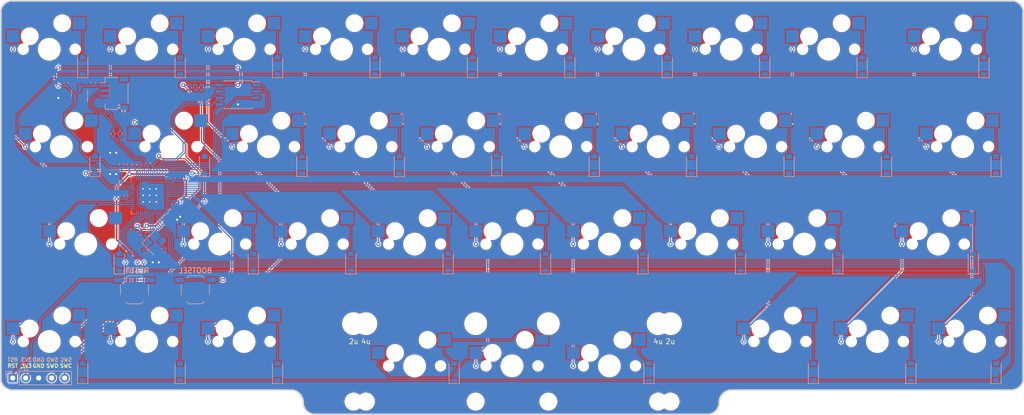
<source format=kicad_pcb>
(kicad_pcb (version 20221018) (generator pcbnew)
  (layers (0 "F.Cu" signal) (31 "B.Cu" signal) (34 "B.Paste" user) (35 "F.Paste" user) (36 "B.SilkS" user "B.Silkscreen") (37 "F.SilkS" user "F.Silkscreen") (38 "B.Mask" user) (39 "F.Mask" user) (44 "Edge.Cuts" user))
  (net 0 "")
  (net 1 "+1V1")
  (net 2 "GND")
  (net 3 "+3V3")
  (net 4 "XTAL_IN")
  (net 5 "Net-(C_Crystal2-Pad2)")
  (net 6 "+5V")
  (net 7 "row0")
  (net 8 "Net-(D1-A)")
  (net 9 "row1")
  (net 10 "Net-(D2-A)")
  (net 11 "row2")
  (net 12 "Net-(D3-A)")
  (net 13 "row3")
  (net 14 "Net-(D4-A)")
  (net 15 "Net-(D5-A)")
  (net 16 "Net-(D6-A)")
  (net 17 "Net-(D7-A)")
  (net 18 "Net-(D8-A)")
  (net 19 "Net-(D9-A)")
  (net 20 "Net-(D10-A)")
  (net 21 "Net-(D11-A)")
  (net 22 "Net-(D12-A)")
  (net 23 "Net-(D13-A)")
  (net 24 "Net-(D14-A)")
  (net 25 "Net-(D15-A)")
  (net 26 "Net-(D16-A)")
  (net 27 "Net-(D17-A)")
  (net 28 "Net-(D18-A)")
  (net 29 "Net-(D19-A)")
  (net 30 "Net-(D20-A)")
  (net 31 "Net-(D21-A)")
  (net 32 "Net-(D22-A)")
  (net 33 "Net-(D23-A)")
  (net 34 "Net-(D24-A)")
  (net 35 "Net-(D25-A)")
  (net 36 "Net-(D26-A)")
  (net 37 "Net-(D27-A)")
  (net 38 "Net-(D28-A)")
  (net 39 "Net-(D29-A)")
  (net 40 "Net-(D30-A)")
  (net 41 "Net-(D31-A)")
  (net 42 "Net-(D32-A)")
  (net 43 "Net-(D33-A)")
  (net 44 "Net-(D34-A)")
  (net 45 "Net-(D35-A)")
  (net 46 "Net-(D36-A)")
  (net 47 "Net-(D38-A)")
  (net 48 "D-")
  (net 49 "D+")
  (net 50 "RESET")
  (net 51 "SWDIO")
  (net 52 "SWCLK")
  (net 53 "col0")
  (net 54 "col1")
  (net 55 "col2")
  (net 56 "col3")
  (net 57 "col4")
  (net 58 "col5")
  (net 59 "col6")
  (net 60 "col7")
  (net 61 "col8")
  (net 62 "col9")
  (net 63 "XTAL_OUT")
  (net 64 "Net-(R_Flash1-Pad1)")
  (net 65 "CS")
  (net 66 "Net-(R_Flash2-Pad2)")
  (net 83 "SD3")
  (net 84 "QSPI_CLK")
  (net 85 "SD0")
  (net 86 "SD2")
  (net 87 "SD1")
  (net 88 "Net-(U1-USB_DP)")
  (net 89 "Net-(U1-USB_DM)")
  (footprint "Diode_SMD:D_SOD-123" (layer "B.Cu") (at 163.711075 79.771962 90)
    (fp_text reference "D21" hide)
    (fp_text value "1N4148W" hide)
  )
  (footprint "Diode_SMD:D_SOD-123" (layer "B.Cu") (at 177.998587 60.424371 90)
    (fp_text reference "D24" hide)
    (fp_text value "1N4148W" hide)
  )
  (footprint "MX_Only:MXOnly-1U-Hotswap" (layer "B.Cu") (at 209.55 57.15003 180)
    (fp_text reference "MX31" hide)
    (fp_text value "CPG151101S11")
  )
  (footprint "MX_Only:MXOnly-1.75U-Hotswap" (layer "B.Cu") (at 230.98125 95.25024 180)
    (fp_text reference "MX33")
    (fp_text value "CPG151101S11")
  )
  (footprint "Diode_SMD:D_SOD-123" (layer "B.Cu") (at 173.255922 98.821978 90)
    (fp_text reference "D22" hide)
    (fp_text value "1N4148W" hide)
  )
  (footprint "Resistor_SMD:R_0402_1005Metric" (layer "B.Cu") (at 86.915846 64.645056 -90)
    (fp_text reference "R_Flash2" hide)
    (fp_text value "5k1" hide)
  )
  (footprint "Resistor_SMD:R_0402_1005Metric" (layer "B.Cu") (at 52.036292 119.0626 180)
    (fp_text reference "R_RST1" hide)
    (fp_text value "5k1" hide)
  )
  (footprint "Capacitor_SMD:C_0402_1005Metric" (layer "B.Cu") (at 74.712158 79.772344 90)
    (fp_text reference "C_1V-Decoup1" hide)
    (fp_text value "1u" hide)
  )
  (footprint "Diode_SMD:D_SOD-123" (layer "B.Cu") (at 120.848742 60.424371 90)
    (fp_text reference "D13" hide)
    (fp_text value "1N4148W" hide)
  )
  (footprint "Capacitor_SMD:C_0402_1005Metric" (layer "B.Cu") (at 65.782197 63.802197 90)
    (fp_text reference "C_LD1" hide)
    (fp_text value "1u" hide)
  )
  (footprint "Diode_SMD:D_SOD-123" (layer "B.Cu") (at 225.623627 120.253246 90)
    (fp_text reference "D34" hide)
    (fp_text value "1N4148W" hide)
  )
  (footprint "MX_Only:MXOnly-1U-Hotswap" (layer "B.Cu") (at 57.15 114.30003 180)
    (fp_text reference "MX4" hide)
    (fp_text value "CPG151101S11")
  )
  (footprint "MX_Only:MXOnly-1U-Hotswap" (layer "B.Cu") (at 119.0625 76.20003 180)
    (fp_text reference "MX14" hide)
    (fp_text value "CPG151101S11")
  )
  (footprint "MX_Only:MXOnly-1U-Hotswap" (layer "B.Cu") (at 100.0125 76.20003 180)
    (fp_text reference "MX10" hide)
    (fp_text value "CPG151101S11")
  )
  (footprint "Diode_SMD:D_SOD-123" (layer "B.Cu") (at 174.426709 120.253246 90)
    (fp_text reference "D23" hide)
    (fp_text value "1N4148W" hide)
  )
  (footprint "Capacitor_SMD:C_0402_1005Metric" (layer "B.Cu") (at 74.753536 93.12473 -135)
    (fp_text reference "C_3V-Decoup8" hide)
    (fp_text value "100n" hide)
  )
  (footprint "Capacitor_SMD:C_0402_1005Metric" (layer "B.Cu") (at 77.39108 79.474686 90)
    (fp_text reference "C_1V-Decoup2" hide)
    (fp_text value "100n" hide)
  )
  (footprint "MX_Only:MXOnly-1U-Hotswap" (layer "B.Cu") (at 114.3 57.15003 180)
    (fp_text reference "MX13" hide)
    (fp_text value "CPG151101S11")
  )
  (footprint "Diode_SMD:D_SOD-123" (layer "B.Cu") (at 144.661059 79.636023 90)
    (fp_text reference "D17" hide)
    (fp_text value "1N4148W" hide)
  )
  (footprint "Diode_SMD:D_SOD-123" (layer "B.Cu") (at 206.573611 120.253246 90)
    (fp_text reference "D30" hide)
    (fp_text value "1N4148W" hide)
  )
  (footprint "Diode_SMD:D_SOD-123" (layer "B.Cu") (at 101.798694 60.424371 90)
    (fp_text reference "D9" hide)
    (fp_text value "1N4148W" hide)
  )
  (footprint "MX_Only:MXOnly-1U-Hotswap" (layer "B.Cu") (at 171.45 57.15003 180)
    (fp_text reference "MX24" hide)
    (fp_text value "CPG151101S11")
  )
  (footprint "Diode_SMD:D_SOD-123" (layer "B.Cu") (at 182.761091 79.771962 90)
    (fp_text reference "D25" hide)
    (fp_text value "1N4148W" hide)
  )
  (footprint "Resistor_SMD:R_0402_1005Metric" (layer "B.Cu") (at 69.651621 73.670355 -90)
    (fp_text reference "R_DATA2" hide)
    (fp_text value "27" hide)
  )
  (footprint "MX_Only:MXOnly-1U-Hotswap" (layer "B.Cu") (at 166.6875 95.25008 180)
    (fp_text reference "MX22" hide)
    (fp_text value "CPG151101S11")
  )
  (footprint "Diode_SMD:D_SOD-123" (layer "B.Cu") (at 216.098619 60.424371 90)
    (fp_text reference "D31" hide)
    (fp_text value "1N4148W" hide)
  )
  (footprint "MX_Only:MXOnly-1U-Hotswap" (layer "B.Cu") (at 133.35 57.15003 180)
    (fp_text reference "MX16" hide)
    (fp_text value "CPG151101S11")
  )
  (footprint "Connector_PinHeader_2.54mm:PinHeader_1x05_P2.54mm_Vertical" (layer "B.Cu") (at 50.006292 121.443852 -90)
    (fp_text reference "J2" hide)
    (fp_text value "SWD" hide)
  )
  (footprint "MX_Only:MXOnly-1U-Hotswap" (layer "B.Cu") (at 147.6375 95.25003 180)
    (fp_text reference "MX18" hide)
    (fp_text value "CPG151101S11")
  )
  (footprint "Diode_SMD:D_SOD-123" (layer "B.Cu") (at 239.911139 60.424371 90)
    (fp_text reference "D35" hide)
    (fp_text value "1N4148W" hide)
  )
  (footprint "Diode_SMD:D_SOD-123" (layer "B.Cu") (at 139.89879 60.424371 90)
    (fp_text reference "D16" hide)
    (fp_text value "1N4148W" hide)
  )
  (footprint "Button_Switch_SMD:SW_SPST_TL3342" (layer "B.Cu") (at 73.818936 104.17995)
    (fp_text reference "SW2" hide)
    (fp_text value "RESET")
  )
  (footprint "Diode_SMD:D_SOD-123" (layer "B.Cu") (at 136.326677 120.253246 90)
    (fp_text reference "D19" hide)
    (fp_text value "1N4148W" hide)
  )
  (footprint "MX_Only:MXOnly-1U-Hotswap" (layer "B.Cu") (at 128.5875 95.25008 180)
    (fp_text reference "MX15" hide)
    (fp_text value "CPG151101S11")
  )
  (footprint "Diode_SMD:D_SOD-123" (layer "B.Cu") (at 197.048603 60.424371 90)
    (fp_text reference "D27" hide)
    (fp_text value "1N4148W" hide)
  )
  (footprint "MX_Only:MXOnly-1U-Hotswap" (layer "B.Cu") (at 214.3125 76.20003 180)
    (fp_text reference "MX32" hide)
    (fp_text value "CPG151101S11")
  )
  (footprint "Capacitor_SMD:C_0402_1005Metric" (layer "B.Cu") (at 73.479401 92.612926 -135)
    (fp_text reference "C_1V-Decoup3" hide)
    (fp_text value "100n" hide)
  )
  (footprint "Diode_SMD:D_SOD-123" (layer "B.Cu") (at 66.079743 79.771962 90)
    (fp_text reference "D2" hide)
    (fp_text value "1N4148W" hide)
  )
  (footprint "Crystal:Crystal_SMD_3225-4Pin_3.2x2.5mm" (layer "B.Cu") (at 77.872156 94.838605 45)
    (fp_text reference "Y1" hide)
    (fp_text value "12MHz" hide)
  )
  (footprint "Diode_SMD:D_SOD-123" (layer "B.Cu") (at 154.205906 98.821978 90)
    (fp_text reference "D18" hide)
    (fp_text value "1N4148W" hide)
  )
  (footprint "Diode_SMD:D_SOD-123" (layer "B.Cu") (at 237.827943 98.822124 90)
    (fp_text reference "D33" hide)
    (fp_text value "1N4148W" hide)
  )
  (footprint "MX_Only:MXOnly-1U-Hotswap" (layer "B.Cu") (at 57.15 57.15003 180)
    (fp_text reference "MX1" hide)
    (fp_text value "CPG151101S11")
  )
  (footprint "Diode_SMD:D_SOD-123" (layer "B.Cu") (at 242.292391 120.253246 90)
    (fp_text reference "D37" hide)
    (fp_text value "1N4148W" hide)
  )
  (footprint "Capacitor_SMD:C_0402_1005Metric" (layer "B.Cu") (at 81.409463 82.451266 90)
    (fp_text reference "C_3V-Decoup6" hide)
    (fp_text value "100n" hide)
  )
  (footprint "Button_Switch_SMD:SW_SPST_TL3342" (layer "B.Cu") (at 85.725216 104.17995)
    (fp_text reference "SW1" hide)
    (fp_text value "BOOTSEL")
  )
  (footprint "MX_Only:MXOnly-1U-Hotswap" (layer "B.Cu") (at 138.1125 76.20003 180)
    (fp_text reference "MX17" hide)
    (fp_text value "CPG151101S11")
  )
  (footprint "Diode_SMD:D_SOD-123" (layer "B.Cu") (at 106.561027 79.771962 90)
    (fp_text reference "D10" hide)
    (fp_text value "1N4148W" hide)
  )
  (footprint "MX_Only:MXOnly-1U-Hotswap" (layer "B.Cu") (at 90.4875 95.25003 180)
    (fp_text reference "MX7" hide)
    (fp_text value "CPG151101S11")
  )
  (footprint "Diode_SMD:D_SOD-123" (layer "B.Cu") (at 63.698491 120.253246 90)
    (fp_text reference "D4" hide)
    (fp_text value "1N4148W" hide)
  )
  (footprint "MX_Only:MXOnly-1.5U-Hotswap" (layer "B.Cu") (at 233.3625 57.15003 180)
    (fp_text reference "MX35" hide)
    (fp_text value "CPG151101S11")
  )
  (footprint "Resistor_SMD:R_0402_1005Metric" (layer "B.Cu") (at 76.317289 93.283738 45)
    (fp_text reference "R_Crystal1" hide)
    (fp_text value "1k" hide)
  )
  (footprint "Capacitor_SMD:C_0402_1005Metric" (layer "B.Cu") (at 70.809091 83.125216 180)
    (fp_text reference "C_3V-Decoup5" hide)
    (fp_text value "100n" hide)
  )
  (footprint "MX_Only:MXOnly-1U-Hotswap" (layer "B.Cu") (at 185.7375 95.25003 180)
    (fp_text reference "MX26" hide)
    (fp_text value "CPG151101S11")
  )
  (footprint "MX_Only:MXOnly-1U-Hotswap" (layer "B.Cu") (at 95.25 114.30003 180)
    (fp_text reference "MX12" hide)
    (fp_text value "CPG151101S11")
  )
  (footprint "Capacitor_SMD:C_0402_1005Metric" (layer "B.Cu") (at 88.106472 64.615056 -90)
    (fp_text reference "C_Flash1" hide)
    (fp_text value "100n" hide)
  )
  (footprint "MX_Only:MXOnly-1.25U-Hotswap" (layer "B.Cu") (at 235.74375 76.20003 180)
    (fp_text reference "MX36" hide)
    (fp_text value "CPG151101S11")
  )
  (footprint "Capacitor_SMD:C_0402_1005Metric" (layer "B.Cu") (at 73.769184 79.772344 90)
    (fp_text reference "C_3V-Decoup7" hide)
    (fp_text value "100n" hide)
  )
  (footprint "Capacitor_SMD:C_0402_1005Metric" (layer "B.Cu") (at 71.289091 79.772344 90)
    (fp_text reference "C_3V-Decoup1" hide)
    (fp_text value "10u" hide)
  )
  (footprint "Diode_SMD:D_SOD-123" (layer "B.Cu") (at 87.511011 79.771962 90)
    (fp_text reference "D6" hide)
    (fp_text value "1N4148W" hide)
  )
  (footprint "Diode_SMD:D_SOD-123" (layer "B.Cu") (at 220.861123 79.771962 90)
    (fp_text reference "D32" hide)
    (fp_text value "1N4148W" hide)
  )
  (footprint "Capacitor_SMD:C_0402_1005Metric" (layer "B.Cu") (at 72.182065 85.925216 90)
    (fp_text reference "C_3V-Decoup4" hide)
    (fp_text value "100n" hide)
  )
  (footprint "Connector_JST:JST_SH_SM04B-SRSS-TB_1x04-1MP_P1.00mm_Horizontal" (layer "B.Cu") (at 69.875 65.782197 -90)
    (fp_text reference "J1" hide)
    (fp_text value "SM04B-SRSS-TB(LF)(SN)" hide)
  )
  (footprint "Capacitor_SMD:C_0402_1005Metric" (layer "B.Cu") (at 79.474419 96.440868 45)
    (fp_text reference "C_Crystal1" hide)
    (fp_text value "22p" hide)
  )
  (footprint "MX_Only:MXOnly-1U-Hotswap" (layer "B.Cu") (at 200.025 114.30003 180)
    (fp_text reference "MX30" hide)
    (fp_text value "CPG151101S11")
  )
  (footprint "MX_Only:MXOnly-1U-Hotswap" (layer "B.Cu") (at 95.25 57.15003 180)
    (fp_text reference "MX9" hide)
    (fp_text value "CPG151101S11")
  )
  (footprint "MX_Only:MXOnly-1U-Hotswap" (layer "B.Cu") (at 190.5 57.15003 180)
    (fp_text reference "MX27" hide)
    (fp_text value "CPG151101S11")
  )
  (footprint "Diode_SMD:D_SOD-123" (layer "B.Cu") (at 242.292391 79.771962 90)
    (fp_text reference "D36" hide)
    (fp_text value "1N4148W" hide)
  )
  (footprint "Diode_SMD:D_SOD-123" (layer "B.Cu") (at 192.305938 98.821978 90)
    (fp_text reference "D26" hide)
    (fp_text value "1N4148W" hide)
  )
  (footprint "MX_Only:MXOnly-1U-Hotswap" (layer "B.Cu") (at 109.5375 95.25008 180)
    (fp_text reference "MX11" hide)
    (fp_text value "CPG151101S11")
  )
  (footprint "Resistor_SMD:R_0402_1005Metric" (layer "B.Cu") (at 70.991433 73.670355 -90)
    (fp_text reference "R_DATA1" hide)
    (fp_text value "27" hide)
  )
  (footprint "MX_Only:MXOnly-2U-Hotswap-ReversedStabilizers" (layer "B.Cu") (at 147.6375 119.0628 180)
    (fp_text reference "MX38" hide)
    (fp_text value "CPG151101S11")
  )
  (footprint "Diode_SMD:D_SOD-123" (layer "B.Cu") (at 135.15589 98.821978 90)
    (fp_text reference "D15" hide)
    (fp_text value "1N4148W" hide)
  )
  (footprint "Diode_SMD:D_SOD-123" (layer "B.Cu") (at 125.611043 79.771962 90)
    (fp_text reference "D14" hide)
    (fp_text value "1N4148W" hide)
  )
  (footprint "Capacitor_SMD:C_0402_1005Metric" (layer "B.Cu") (at 75.977878 96.732882 135)
    (fp_text reference "C_Crystal2" hide)
    (fp_text value "22p" hide)
  )
  (footprint "MX_Only:MXOnly-1U-Hotswap" (layer "B.Cu") (at 76.2 57.15003 180)
    (fp_text reference "MX5" hide)
    (fp_text value "CPG151101S11")
  )
  (footprint "Resistor_SMD:R_0402_1005Metric" (layer "B.Cu") (at 84.534594 64.645056 -90)
    (fp_text reference "R_Flash1" hide)
    (fp_text value "1k" hide)
  )
  (footprint "MX_Only:MXOnly-1U-Hotswap" (layer "B.Cu") (at 76.2 114.30003 180)
    (fp_text reference "MX8" hide)
    (fp_text value "CPG151101S11")
  )
  (footprint "Diode_SMD:D_SOD-123" (layer "B.Cu") (at 116.105874 98.821978 90)
    (fp_text reference "D11" hide)
    (fp_text value "1N4148W" hide)
  )
  (footprint "Diode_SMD:D_SOD-123" (layer "B.Cu") (at 201.811107 79.771962 90)
    (fp_text reference "D28" hide)
    (fp_text value "1N4148W" hide)
  )
  (footprint "MX_Only:MXOnly-1U-Hotswap" (layer "B.Cu") (at 176.2125 76.20003 180)
    (fp_text reference "MX25" hide)
    (fp_text value "CPG151101S11")
  )
  (footprint "Capacitor_SMD:C_0402_1005Metric" (layer "B.Cu") (at 72.82621 79.772344 90)
    (fp_text reference "C_3V-Decoup2" hide)
    (fp_text value "1u" hide)
  )
  (footprint "MX_Only:MXOnly-1U-Hotswap" (layer "B.Cu") (at 195.2625 76.20003 180)
    (fp_text reference "MX28" hide)
    (fp_text value "CPG151101S11")
  )
  (footprint "MX_Only:MXOnly-2U-Hotswap-ReversedStabilizers" (layer "B.Cu") (at 166.6875 119.0628 180)
    (fp_text reference "MX23" hide)
    (fp_text value "CPG151101S11")
  )
  (footprint "Capacitor_SMD:C_0402_1005Metric" (layer "B.Cu") (at 60.424371 63.802197 90)
    (fp_text reference "C_LD2" hide)
    (fp_text value "1u" hide)
  )
  (footprint "MX_Only:MXOnly-2U-Hotswap-ReversedStabilizers" (layer "B.Cu") (at 128.5875 119.06253 180)
    (fp_text reference "MX19" hide)
    (fp_text value "CPG151101S11")
  )
  (footprint "Diode_SMD:D_SOD-123" (layer "B.Cu") (at 97.055858 98.821978 90)
    (fp_text reference "D7" hide)
    (fp_text value "1N4148W" hide)
  )
  (footprint "MX_Only:MXOnly-1U-Hotswap" (layer "B.Cu") (at 204.7875 95.25003 180)
    (fp_text reference "MX29" hide)
    (fp_text value "CPG151101S11")
  )
  (footprint "Capacitor_SMD:C_0402_1005Metric" (layer "B.Cu") (at 81.409463 87.362623 -90)
    (fp_text reference "C_3V-Decoup9" hide)
    (fp_text value "100n" hide)
  )
  (footprint "MX_Only:MXOnly-1U-Hotswap" (layer "B.Cu") (at 238.125 114.30003 180)
    (fp_text reference "MX37" hide)
    (fp_text value "CPG151101S11")
  )
  (footprint "MX_Only:MXOnly-1.25U-Hotswap" (layer "B.Cu") (at 59.53125 76.20003 180)
    (fp_text reference "MX2" hide)
    (fp_text value "CPG151101S11")
  )
  (footprint "Diode_SMD:D_SOD-123" (layer "B.Cu") (at 211.355954 98.821978 90)
    (fp_text reference "D29" hide)
    (fp_text value "1N4148W" hide)
  )
  (footprint "cipulot_parts:RP2040-QFN-56" (layer "B.Cu") (at 76.795506 85.725216 180)
    (fp_text reference "U1" hide)
    (fp_text value "RP2040" hide)
  )
  (footprint "MX_Only:MXOnly-1U-Hotswap" (layer "B.Cu") (at 152.4 57.15003 180)
    (fp_text reference "MX20" hide)
    (fp_text value "CPG151101S11")
  )
  (footprint "Diode_SMD:D_SOD-123" (layer "B.Cu") (at 82.748507 120.253246 90)
    (fp_text reference "D8" hide)
    (fp_text value "1N4148W" hide)
  )
  (footprint "Package_TO_SOT_SMD:SOT-23" (layer "B.Cu") (at 63.103284 65.782197 90)
    (fp_text reference "U3" hide)
    (fp_text value "XC6206P332MR" hide)
  )
  (footprint "Diode_SMD:D_SOD-123" (layer "B.Cu") (at 70.842604 98.809575 90)
    (fp_text reference "D3" hide)
    (fp_text value "1N4148W" hide)
  )
  (footprint "MX_Only:MXOnly-1U-Hotswap" (layer "B.Cu") (at 80.9625 76.20003 180)
    (fp_text reference "MX6" hide)
    (fp_text value "CPG151101S11")
  )
  (footprint "Diode_SMD:D_SOD-123" (layer "B.Cu") (at 82.748646 60.424371 90)
    (fp_text reference "D5" hide)
    (fp_text value "1N4148W" hide)
  )
  (footprint "Resistor_SMD:R_0402_1005Metric" (layer "B.Cu") (at 85.72522 64.645056 90)
    (fp_text reference "R_Flash3" hide)
    (fp_text value "5k1" hide)
  )
  (footprint "MX_Only:MXOnly-1U-Hotswap" (layer "B.Cu") (at 157.1625 76.20003 180)
    (fp_text reference "MX21" hide)
    (fp_text value "CPG151101S11")
  )
  (footprint "Package_SO:SOIC-8_5.23x5.23mm_P1.27mm" (layer "B.Cu") (at 94.059612 66.040056 180)
    (fp_text reference "U2" hide)
    (fp_text value "W25Q128JVS" hide)
  )
  (footprint "Capacitor_SMD:C_0402_1005Metric" (layer "B.Cu") (at 76.448106 79.474686 90)
    (fp_text reference "C_3V-Decoup3" hide)
    (fp_text value "100n" hide)
  )
  (footprint "Diode_SMD:D_SOD-123" (layer "B.Cu") (at 63.698598 60.424371 90)
    (fp_text reference "D1" hide)
    (fp_text value "1N4148W" hide)
  )
  (footprint "Diode_SMD:D_SOD-123" (layer "B.Cu") (at 158.948838 60.424371 90)
    (fp_text reference "D20" hide)
    (fp_text value "1N4148W" hide)
  )
  (footprint "MX_Only:MXOnly-1U-Hotswap" (layer "B.Cu") (at 219.075 114.30003 180)
    (fp_text reference "MX34" hide)
    (fp_text value "CPG151101S11")
  )
  (footprint "MX_Only:MXOnly-1.75U-Hotswap" (layer "B.Cu") (at 64.29375 95.25003 180)
    (fp_text reference "MX3")
    (fp_text value "CPG151101S11")
  )
  (footprint "Diode_SMD:D_SOD-123" (layer "B.Cu") (at 101.798523 120.253246 90)
    (fp_text reference "D12" hide)
    (fp_text value "1N4148W" hide)
  )
  (gr_arc (start 109.239786 128.58753) (mid 107.550813 128.004084) (end 106.769059 126.397256) (stroke (width 0.2)) (layer "Edge.Cuts"))
  (gr_arc (start 49.725 123.82503) (mid 48.186869 123.035241) (end 47.625 121.40003) (stroke (width 0.2)) (layer "Edge.Cuts"))
  (gr_line (start 247.65 50.010244) (end 247.65 121.711896) (stroke (width 0.2)) (layer "Edge.Cuts"))
  (gr_line (start 49.725 123.82503) (end 104.464786 123.82503) (stroke (width 0.2)) (layer "Edge.Cuts"))
  (gr_arc (start 245.575 47.62503) (mid 247.092523 48.400045) (end 247.65 50.010244) (stroke (width 0.2)) (layer "Edge.Cuts"))
  (gr_line (start 190.5 123.82503) (end 245.239786 123.82503) (stroke (width 0.2)) (layer "Edge.Cuts"))
  (gr_line (start 47.625 121.40003) (end 47.625 49.722975) (stroke (width 0.2)) (layer "Edge.Cuts"))
  (gr_arc (start 188.195727 126.368042) (mid 188.821152 124.619273) (end 190.5 123.82503) (stroke (width 0.2)) (layer "Edge.Cuts"))
  (gr_arc (start 188.195727 126.368042) (mid 187.420065 127.989525) (end 185.725 128.58753) (stroke (width 0.2)) (layer "Edge.Cuts"))
  (gr_line (start 109.239786 128.58753) (end 185.725 128.58753) (stroke (width 0.2)) (layer "Edge.Cuts"))
  (gr_arc (start 104.464786 123.82503) (mid 106.149643 124.633917) (end 106.769059 126.397256) (stroke (width 0.2)) (layer "Edge.Cuts"))
  (gr_arc (start 47.625 49.722975) (mid 48.40254 48.190719) (end 50.025 47.62503) (stroke (width 0.2)) (layer "Edge.Cuts"))
  (gr_line (start 50.025 47.62503) (end 245.575 47.62503) (stroke (width 0.2)) (layer "Edge.Cuts"))
  (gr_arc (start 247.65 121.711896) (mid 246.870195 123.253556) (end 245.239786 123.82503) (stroke (width 0.2)) (layer "Edge.Cuts"))
  (gr_text "GND" (at 55.066545 117.872172) (layer "B.SilkS") (effects (font (size 0.75 0.75)) (justify mirror)))
  (gr_text "SWC" (at 60.424371 117.871974) (layer "B.SilkS") (effects (font (size 0.75 0.75)) (justify mirror)))
  (gr_text "SWD\n" (at 57.745361 117.871974) (layer "B.SilkS") (effects (font (size 0.75 0.75)) (justify mirror)))
  (gr_text "3V3" (at 52.685289 117.871974) (layer "B.SilkS") (effects (font (size 0.75 0.75)) (justify mirror)))
  (gr_text "RST" (at 50.006292 117.871974) (layer "B.SilkS") (effects (font (size 0.75 0.75)) (justify mirror)))
  (gr_text "SWC" (at 60.424371 119.0628) (layer "F.SilkS") (effects (font (size 0.75 0.75))))
  (gr_text "RST" (at 50.006389 119.0628) (layer "F.SilkS") (effects (font (size 0.75 0.75))))
  (gr_text "4u" (at 119.075 114.300116) (layer "F.SilkS") (effects (font (size 1 1))))
  (gr_text "3V3" (at 52.685289 119.0628) (layer "F.SilkS") (effects (font (size 0.75 0.75))))
  (gr_text "SWD\n" (at 57.745458 119.0628) (layer "F.SilkS") (effects (font (size 0.75 0.75))))
  (gr_text "GND" (at 55.066642 119.062998) (layer "F.SilkS") (effects (font (size 0.75 0.75))))
  (gr_text "4u" (at 176.212648 114.300116) (layer "F.SilkS") (effects (font (size 1 1))))
  (gr_text "2u" (at 116.681348 114.300116) (layer "F.SilkS") (effects (font (size 1 1))))
  (gr_text "2u" (at 178.5939 114.300116) (layer "F.SilkS") (effects (font (size 1 1))))
  (segment (start 78.476629 92.378202) (end 86.425072 84.429759) (width 0.2) (layer "F.Cu") (net 1))
  (segment (start 74.414125 91.678202) (end 75.114125 92.378202) (width 0.2) (layer "F.Cu") (net 1))
  (segment (start 75.114125 92.378202) (end 78.476629 92.378202) (width 0.2) (layer "F.Cu") (net 1))
  (segment (start 83.705071 78.54793) (end 79.143243 78.54793) (width 0.2) (layer "F.Cu") (net 1))
  (segment (start 86.425072 81.267931) (end 83.705071 78.54793) (width 0.2) (layer "F.Cu") (net 1))
  (segment (start 79.143243 78.54793) (end 78.581316 77.986003) (width 0.2) (layer "F.Cu") (net 1))
  (segment (start 86.425072 84.429759) (end 86.425072 81.267931) (width 0.2) (layer "F.Cu") (net 1))
  (via (at 74.414125 91.678202) (size 0.8) (drill 0.4) (layers "F.Cu" "B.Cu") (net 1))
  (via (at 78.581316 77.986003) (size 0.8) (drill 0.4) (layers "F.Cu" "B.Cu") (net 1))
  (segment (start 76.195506 89.162716) (end 76.195506 90.492134) (width 0.2) (layer "B.Cu") (net 1))
  (segment (start 74.712158 80.843778) (end 74.712158 80.252344) (width 0.2) (layer "B.Cu") (net 1))
  (segment (start 74.995506 83.329888) (end 74.414125 83.911269) (width 0.2) (layer "B.Cu") (net 1))
  (segment (start 77.39108 80.321254) (end 76.995506 80.716828) (width 0.2) (layer "B.Cu") (net 1))
  (segment (start 74.414125 83.911269) (end 74.414125 87.511011) (width 0.2) (layer "B.Cu") (net 1))
  (segment (start 74.995506 81.127126) (end 74.712158 80.843778) (width 0.2) (layer "B.Cu") (net 1))
  (segment (start 75.009438 91.678202) (end 74.414125 91.678202) (width 0.2) (layer "B.Cu") (net 1))
  (segment (start 78.581316 78.76445) (end 78.581316 77.986003) (width 0.2) (layer "B.Cu") (net 1))
  (segment (start 76.195506 88.630241) (end 75.671589 88.106324) (width 0.2) (layer "B.Cu") (net 1))
  (segment (start 75.671589 88.106324) (end 75.009438 88.106324) (width 0.2) (layer "B.Cu") (net 1))
  (segment (start 76.195506 89.162716) (end 76.195506 88.630241) (width 0.2) (layer "B.Cu") (net 1))
  (segment (start 76.995506 80.716828) (end 76.995506 82.287716) (width 0.2) (layer "B.Cu") (net 1))
  (segment (start 74.995506 83.329888) (end 74.995506 82.287716) (width 0.2) (layer "B.Cu") (net 1))
  (segment (start 77.39108 79.954686) (end 78.581316 78.76445) (width 0.2) (layer "B.Cu") (net 1))
  (segment (start 74.414125 91.678202) (end 73.818812 92.273515) (width 0.25) (layer "B.Cu") (net 1))
  (segment (start 74.995506 82.287716) (end 74.995506 81.127126) (width 0.2) (layer "B.Cu") (net 1))
  (segment (start 77.39108 79.954686) (end 77.39108 80.321254) (width 0.2) (layer "B.Cu") (net 1))
  (segment (start 75.009438 88.106324) (end 74.414125 87.511011) (width 0.2) (layer "B.Cu") (net 1))
  (segment (start 76.195506 90.492134) (end 75.009438 91.678202) (width 0.2) (layer "B.Cu") (net 1))
  (via (at 82.748507 89.892263) (size 0.8) (drill 0.4) (layers "F.Cu" "B.Cu") (net 2))
  (via (at 70.246934 77.39069) (size 0.8) (drill 0.4) (layers "F.Cu" "B.Cu") (net 2))
  (via (at 82.153194 90.487576) (size 0.8) (drill 0.4) (layers "F.Cu" "B.Cu") (net 2))
  (via (at 94.059454 67.945056) (size 0.8) (drill 0.4) (layers "F.Cu" "B.Cu") (net 2))
  (via (at 69.056424 77.39082) (size 0.8) (drill 0.4) (layers "F.Cu" "B.Cu") (net 2))
  (via (at 77.39069 98.821958) (size 0.8) (drill 0.4) (layers "F.Cu" "B.Cu") (net 2))
  (via (at 69.056308 81.557881) (size 0.8) (drill 0.4) (layers "F.Cu" "B.Cu") (net 2))
  (via (at 78.581316 98.821958) (size 0.8) (drill 0.4) (layers "F.Cu" "B.Cu") (net 2))
  (via (at 58.935987 66.675056) (size 0.8) (drill 0.4) (layers "F.Cu" "B.Cu") (net 2))
  (via (at 70.246934 81.557881) (size 0.8) (drill 0.4) (layers "F.Cu" "B.Cu") (net 2))
  (segment (start 77.795506 87.275216) (end 78.070506 87.000216) (width 0.2) (layer "B.Cu") (net 2))
  (segment (start 77.795506 89.162716) (end 77.795506 87.275216) (width 0.2) (layer "B.Cu") (net 2))
  (segment (start 76.498106 78.994686) (end 77.39108 78.994686) (width 0.5) (layer "B.Cu") (net 2))
  (segment (start 73.223499 97.290838) (end 70.329091 94.39643) (width 0.3) (layer "F.Cu") (net 3))
  (segment (start 77.952928 91.678202) (end 76.200064 91.678202) (width 0.3) (layer "F.Cu") (net 3))
  (segment (start 94.654767 63.539743) (end 94.059454 64.135056) (width 0.3) (layer "F.Cu") (net 3))
  (segment (start 58.094957 120.243852) (end 73.223499 105.11531) (width 0.3) (layer "F.Cu") (net 3))
  (segment (start 70.329091 86.405216) (end 70.329091 84.055) (width 0.3) (layer "F.Cu") (net 3))
  (segment (start 83.939133 85.691997) (end 82.748507 86.882623) (width 0.3) (layer "F.Cu") (net 3))
  (segment (start 94.654767 61.317239) (end 94.654767 63.539743) (width 0.3) (layer "F.Cu") (net 3))
  (segment (start 70.329091 84.055) (end 72.82621 81.557881) (width 0.3) (layer "F.Cu") (net 3))
  (segment (start 53.746292 120.243852) (end 58.094957 120.243852) (width 0.3) (layer "F.Cu") (net 3))
  (segment (start 83.939133 82.451266) (end 83.939133 85.691997) (width 0.3) (layer "F.Cu") (net 3))
  (segment (start 73.223499 105.11531) (end 73.223499 97.290838) (width 0.3) (layer "F.Cu") (net 3))
  (segment (start 58.352281 63.698491) (end 58.935987 64.282197) (width 0.3) (layer "F.Cu") (net 3))
  (segment (start 52.546292 121.443852) (end 53.746292 120.243852) (width 0.3) (layer "F.Cu") (net 3))
  (segment (start 70.329091 94.39643) (end 70.329091 86.405216) (width 0.3) (layer "F.Cu") (net 3))
  (segment (start 58.935987 60.721926) (end 58.340674 61.317239) (width 0.3) (layer "F.Cu") (net 3))
  (segment (start 83.045748 81.557881) (end 83.939133 82.451266) (width 0.3) (layer "F.Cu") (net 3))
  (segment (start 82.748507 86.882623) (end 77.952928 91.678202) (width 0.3) (layer "F.Cu") (net 3))
  (segment (start 72.82621 81.557881) (end 83.045748 81.557881) (width 0.3) (layer "F.Cu") (net 3))
  (segment (start 94.059454 60.721926) (end 94.654767 61.317239) (width 0.3) (layer "F.Cu") (net 3))
  (segment (start 58.340674 61.317239) (end 58.340674 63.698491) (width 0.3) (layer "F.Cu") (net 3))
  (segment (start 58.340674 63.698491) (end 58.352281 63.698491) (width 0.3) (layer "F.Cu") (net 3))
  (via (at 58.935987 60.721926) (size 0.8) (drill 0.4) (layers "F.Cu" "B.Cu") (net 3))
  (via (at 94.059454 64.135056) (size 0.8) (drill 0.4) (layers "F.Cu" "B.Cu") (net 3))
  (via (at 72.82621 81.557881) (size 0.8) (drill 0.4) (layers "F.Cu" "B.Cu") (net 3))
  (via (at 82.748507 86.882623) (size 0.8) (drill 0.4) (layers "F.Cu" "B.Cu") (net 3))
  (via (at 94.059454 60.721926) (size 0.8) (drill 0.4) (layers "F.Cu" "B.Cu") (net 3))
  (via (at 76.200064 91.678202) (size 0.8) (drill 0.4) (layers "F.Cu" "B.Cu") (net 3))
  (via (at 58.935987 64.282197) (size 0.8) (drill 0.4) (layers "F.Cu" "B.Cu") (net 3))
  (via (at 83.939133 82.451266) (size 0.8) (drill 0.4) (layers "F.Cu" "B.Cu") (net 3))
  (via (at 70.329091 86.405216) (size 0.8) (drill 0.4) (layers "F.Cu" "B.Cu") (net 3))
  (segment (start 71.289091 80.252344) (end 71.289091 83.125216) (width 0.3) (layer "B.Cu") (net 3))
  (segment (start 71.289091 80.252344) (end 73.819184 80.252344) (width 0.3) (layer "B.Cu") (net 3))
  (segment (start 83.459133 82.931266) (end 83.939133 82.451266) (width 0.3) (layer "B.Cu") (net 3))
  (segment (start 80.233006 83.125216) (end 81.215513 83.125216) (width 0.2) (layer "B.Cu") (net 3))
  (segment (start 76.900531 83.125216) (end 80.233006 83.125216) (width 0.2) (layer "B.Cu") (net 3))
  (segment (start 74.595506 81.292811) (end 73.769184 80.466489) (width 0.2) (layer "B.Cu") (net 3))
  (segment (start 81.409463 82.931266) (end 83.459133 82.931266) (width 0.3) (layer "B.Cu") (net 3))
  (segment (start 63.33225 77.124469) (end 63.33225 75.073693) (width 0.3) (layer "B.Cu") (net 3))
  (segment (start 67.611015 78.921962) (end 65.129743 78.921962) (width 0.3) (layer "B.Cu") (net 3))
  (segment (start 81.215513 83.125216) (end 81.409463 82.931266) (width 0.2) (layer "B.Cu") (net 3))
  (segment (start 62.153284 67.865682) (end 60.16725 69.851716) (width 0.3) (layer "B.Cu") (net 3))
  (segment (start 60.16725 71.908693) (end 63.33225 75.073693) (width 0.3) (layer "B.Cu") (net 3))
  (segment (start 71.289091 80.252344) (end 68.941397 80.252344) (width 0.3) (layer "B.Cu") (net 3))
  (segment (start 72.182065 86.405216) (end 70.329091 86.405216) (width 0.3) (layer "B.Cu") (net 3))
  (segment (start 74.195506 82.287716) (end 74.195506 80.892811) (width 0.2) (layer "B.Cu") (net 3))
  (segment (start 65.129743 78.921962) (end 63.33225 77.124469) (width 0.3) (layer "B.Cu") (net 3))
  (segment (start 60.424371 64.282197) (end 58.935987 64.282197) (width 0.3) (layer "B.Cu") (net 3))
  (segment (start 72.82621 81.557881) (end 72.82621 80.252344) (width 0.3) (layer "B.Cu") (net 3))
  (segment (start 90.459612 64.135056) (end 94.059454 64.135056) (width 0.3) (layer "B.Cu") (net 3))
  (segment (start 76.595506 82.287716) (end 76.595506 80.052086) (width 0.2) (layer "B.Cu") (net 3))
  (segment (start 76.595506 82.820191) (end 76.900531 83.125216) (width 0.2) (layer "B.Cu") (net 3))
  (segment (start 62.153284 66.01111) (end 60.424371 64.282197) (width 0.3) (layer "B.Cu") (net 3))
  (segment (start 60.16725 69.851716) (end 60.16725 71.908693) (width 0.3) (layer "B.Cu") (net 3))
  (segment (start 82.748507 86.882623) (end 81.409463 86.882623) (width 0.3) (layer "B.Cu") (net 3))
  (segment (start 68.941397 80.252344) (end 67.611015 78.921962) (width 0.3) (layer "B.Cu") (net 3))
  (segment (start 76.195506 82.287716) (end 76.195506 81.065318) (width 0.2) (layer "B.Cu") (net 3))
  (segment (start 76.595506 91.28276) (end 75.092947 92.785319) (width 0.2) (layer "B.Cu") (net 3))
  (segment (start 73.358006 86.725216) (end 72.404119 86.725216) (width 0.2) (layer "B.Cu") (net 3))
  (segment (start 72.404119 86.725216) (end 72.182065 86.503162) (width 0.2) (layer "B.Cu") (net 3))
  (segment (start 76.595506 82.287716) (end 76.595506 82.820191) (width 0.2) (layer "B.Cu") (net 3))
  (segment (start 73.358006 83.125216) (end 71.289091 83.125216) (width 0.2) (layer "B.Cu") (net 3))
  (segment (start 76.595506 80.665318) (end 76.595506 80.052086) (width 0.2) (layer "B.Cu") (net 3))
  (segment (start 73.769184 80.466489) (end 73.769184 80.252344) (width 0.2) (layer "B.Cu") (net 3))
  (segment (start 74.595506 82.287716) (end 74.595506 81.292811) (width 0.2) (layer "B.Cu") (net 3))
  (segment (start 62.153284 66.719697) (end 62.153284 66.01111) (width 0.3) (layer "B.Cu") (net 3))
  (segment (start 76.195506 81.065318) (end 76.595506 80.665318) (width 0.2) (layer "B.Cu") (net 3))
  (segment (start 76.595506 89.162716) (end 76.595506 91.28276) (width 0.2) (layer "B.Cu") (net 3))
  (segment (start 80.233006 86.725216) (end 81.252056 86.725216) (width 0.2) (layer "B.Cu") (net 3))
  (segment (start 62.153284 66.719697) (end 62.153284 67.865682) (width 0.3) (layer "B.Cu") (net 3))
  (segment (start 58.935987 60.721926) (end 94.059454 60.721926) (width 0.3) (layer "B.Cu") (net 3))
  (segment (start 90.459612 64.135056) (end 88.106472 64.135056) (width 0.3) (layer "B.Cu") (net 3))
  (segment (start 88.106472 64.135056) (end 86.915846 64.135056) (width 0.3) (layer "B.Cu") (net 3))
  (segment (start 52.546292 119.0626) (end 52.546292 121.443852) (width 0.3) (layer "B.Cu") (net 3))
  (segment (start 79.745989 94.166853) (end 79.251014 94.661828) (width 0.2) (layer "B.Cu") (net 4))
  (segment (start 77.395506 91.392104) (end 79.745989 93.742587) (width 0.2) (layer "B.Cu") (net 4))
  (segment (start 79.251014 94.661828) (end 79.251014 95.538641) (width 0.2) (layer "B.Cu") (net 4))
  (segment (start 79.251014 95.538641) (end 79.81383 96.101457) (width 0.2) (layer "B.Cu") (net 4))
  (segment (start 77.395506 89.162716) (end 77.395506 91.392104) (width 0.2) (layer "B.Cu") (net 4))
  (segment (start 79.745989 93.742587) (end 79.745989 94.166853) (width 0.2) (layer "B.Cu") (net 4))
  (segment (start 76.493298 95.015382) (end 76.493298 94.180995) (width 0.2) (layer "B.Cu") (net 5))
  (segment (start 76.493298 94.180995) (end 75.956665 93.644362) (width 0.2) (layer "B.Cu") (net 5))
  (segment (start 76.493298 95.53864) (end 75.638467 96.393471) (width 0.2) (layer "B.Cu") (net 5))
  (segment (start 67.875 64.282197) (end 63.665784 64.282197) (width 0.3) (layer "B.Cu") (net 6))
  (segment (start 63.665784 64.282197) (end 63.103284 64.844697) (width 0.3) (layer "B.Cu") (net 6))
  (segment (start 63.698598 62.074371) (end 58.774168 62.074371) (width 0.2) (layer "B.Cu") (net 7))
  (segment (start 50.87125 69.977289) (end 50.87125 75.874396) (width 0.2) (layer "B.Cu") (net 7))
  (segment (start 69.148683 83.925216) (end 73.358006 83.925216) (width 0.2) (layer "B.Cu") (net 7))
  (segment (start 54.768796 79.771942) (end 66.079723 79.771942) (width 0.2) (layer "B.Cu") (net 7))
  (segment (start 66.979743 81.756276) (end 69.148683 83.925216) (width 0.2) (layer "B.Cu") (net 7))
  (segment (start 58.774168 62.074371) (end 50.87125 69.977289) (width 0.2) (layer "B.Cu") (net 7))
  (segment (start 63.698598 62.074371) (end 239.911139 62.074371) (width 0.2) (layer "B.Cu") (net 7))
  (segment (start 66.079723 79.771942) (end 66.979743 80.671962) (width 0.2) (layer "B.Cu") (net 7))
  (segment (start 50.87125 75.874396) (end 54.768796 79.771942) (width 0.2) (layer "B.Cu") (net 7))
  (segment (start 66.979743 80.671962) (end 66.979743 81.756276) (width 0.2) (layer "B.Cu") (net 7))
  (segment (start 63.698598 52.776628) (end 63.698598 59.071946) (width 0.2) (layer "B.Cu") (net 8))
  (segment (start 84.565678 80.857881) (end 85.129759 81.421962) (width 0.2) (layer "F.Cu") (net 9))
  (segment (start 64.857885 80.857881) (end 84.565678 80.857881) (width 0.2) (layer "F.Cu") (net 9))
  (segment (start 64.293804 81.421962) (end 64.857885 80.857881) (width 0.2) (layer "F.Cu") (net 9))
  (via (at 85.129759 81.421962) (size 0.8) (drill 0.4) (layers "F.Cu" "B.Cu") (net 9))
  (via (at 64.293804 81.421962) (size 0.8) (drill 0.4) (layers "F.Cu" "B.Cu") (net 9))
  (segment (start 66.079743 81.421962) (end 68.982997 84.325216) (width 0.2) (layer "B.Cu") (net 9))
  (segment (start 242.292391 81.421962) (end 87.511011 81.421962) (width 0.2) (layer "B.Cu") (net 9))
  (segment (start 64.293804 81.421962) (end 66.079743 81.421962) (width 0.2) (layer "B.Cu") (net 9))
  (segment (start 85.129759 81.421962) (end 87.511011 81.421962) (width 0.2) (layer "B.Cu") (net 9))
  (segment (start 68.982997 84.325216) (end 73.358006 84.325216) (width 0.2) (layer "B.Cu") (net 9))
  (segment (start 66.079743 71.826523) (end 66.079743 78.121962) (width 0.2) (layer "B.Cu") (net 10))
  (segment (start 69.651621 99.268592) (end 70.842604 100.459575) (width 0.2) (layer "B.Cu") (net 11))
  (segment (start 73.358006 87.525216) (end 66.856774 87.525216) (width 0.2) (layer "B.Cu") (net 11))
  (segment (start 69.651621 97.287307) (end 69.651621 99.268592) (width 0.2) (layer "B.Cu") (net 11))
  (segment (start 70.842604 100.459575) (end 237.815394 100.459575) (width 0.2) (layer "B.Cu") (net 11))
  (segment (start 64.979912 92.615598) (end 69.651621 97.287307) (width 0.2) (layer "B.Cu") (net 11))
  (segment (start 64.979912 89.402078) (end 64.979912 92.615598) (width 0.2) (layer "B.Cu") (net 11))
  (segment (start 66.856774 87.525216) (end 64.979912 89.402078) (width 0.2) (layer "B.Cu") (net 11))
  (segment (start 70.803246 90.837526) (end 70.803246 97.120217) (width 0.2) (layer "B.Cu") (net 12))
  (segment (start 63.698491 121.903246) (end 242.292391 121.903246) (width 0.2) (layer "B.Cu") (net 13))
  (segment (start 243.682566 98.515096) (end 245.542 100.37453) (width 0.2) (layer "B.Cu") (net 13))
  (segment (start 92.868828 97.036019) (end 94.347904 98.515095) (width 0.2) (layer "B.Cu") (net 13))
  (segment (start 84.504846 85.925216) (end 92.868828 94.289198) (width 0.2) (layer "B.Cu") (net 13))
  (segment (start 80.233006 85.925216) (end 84.504846 85.925216) (width 0.2) (layer "B.Cu") (net 13))
  (segment (start 245.542 118.653637) (end 242.292391 121.903246) (width 0.2) (layer "B.Cu") (net 13))
  (segment (start 92.868828 94.289198) (end 92.868828 97.036019) (width 0.2) (layer "B.Cu") (net 13))
  (segment (start 94.347904 98.515095) (end 243.682566 98.515096) (width 0.2) (layer "B.Cu") (net 13))
  (segment (start 245.542 100.37453) (end 245.542 118.653637) (width 0.2) (layer "B.Cu") (net 13))
  (segment (start 63.698491 109.926521) (end 63.698491 118.603246) (width 0.2) (layer "B.Cu") (net 14))
  (segment (start 82.748646 52.776676) (end 82.748646 59.071946) (width 0.2) (layer "B.Cu") (net 15))
  (segment (start 87.511011 71.826541) (end 87.511011 78.121962) (width 0.2) (layer "B.Cu") (net 16))
  (segment (start 97.055858 90.89616) (end 97.055858 97.171978) (width 0.2) (layer "B.Cu") (net 17))
  (segment (start 82.748507 109.926537) (end 82.748507 118.603246) (width 0.2) (layer "B.Cu") (net 18))
  (segment (start 101.798523 52.776553) (end 101.798523 59.071946) (width 0.2) (layer "B.Cu") (net 19))
  (segment (start 106.561027 71.826557) (end 106.561027 78.121962) (width 0.2) (layer "B.Cu") (net 20))
  (segment (start 116.105874 90.916009) (end 116.105874 97.171978) (width 0.2) (layer "B.Cu") (net 21))
  (segment (start 101.798523 109.926553) (end 101.798523 118.603246) (width 0.2) (layer "B.Cu") (net 22))
  (segment (start 120.848539 52.776569) (end 120.848539 59.071946) (width 0.2) (layer "B.Cu") (net 23))
  (segment (start 125.611043 71.826573) (end 125.611043 78.121962) (width 0.2) (layer "B.Cu") (net 24))
  (segment (start 135.15589 90.915737) (end 135.15589 97.171978) (width 0.2) (layer "B.Cu") (net 25))
  (segment (start 139.898555 52.776585) (end 139.898555 59.071946) (width 0.2) (layer "B.Cu") (net 26))
  (segment (start 144.661059 71.826589) (end 144.661059 77.986023) (width 0.2) (layer "B.Cu") (net 27))
  (segment (start 154.205906 90.915703) (end 154.205906 97.171978) (width 0.2) (layer "B.Cu") (net 28))
  (segment (start 134.4295 113.98253) (end 147.555278 113.98253) (width 0.2) (layer "B.Cu") (net 29))
  (segment (start 149.409008 112.1288) (end 151.6255 112.1288) (width 0.2) (layer "B.Cu") (net 29))
  (segment (start 134.4295 116.706069) (end 136.326677 118.603246) (width 0.2) (layer "B.Cu") (net 29))
  (segment (start 151.6255 112.1288) (end 153.4795 113.9828) (width 0.2) (layer "B.Cu") (net 29))
  (segment (start 134.4295 113.98253) (end 134.4295 116.706069) (width 0.2) (layer "B.Cu") (net 29))
  (segment (start 147.555278 113.98253) (end 149.409008 112.1288) (width 0.2) (layer "B.Cu") (net 29))
  (segment (start 158.948838 52.776868) (end 158.948838 59.071946) (width 0.2) (layer "B.Cu") (net 30))
  (segment (start 158.948571 52.776601) (end 158.948571 59.071946) (width 0.2) (layer "B.Cu") (net 30))
  (segment (start 163.711075 71.826605) (end 163.711075 78.121962) (width 0.2) (layer "B.Cu") (net 31))
  (segment (start 173.255922 90.896362) (end 173.255922 97.171978) (width 0.2) (layer "B.Cu") (net 32))
  (segment (start 172.5295 116.706037) (end 174.426709 118.603246) (width 0.2) (layer "B.Cu") (net 33))
  (segment (start 172.5295 113.98253) (end 172.5295 116.706037) (width 0.2) (layer "B.Cu") (net 33))
  (segment (start 177.998587 52.776617) (end 177.998587 59.071946) (width 0.2) (layer "B.Cu") (net 34))
  (segment (start 182.761091 71.826621) (end 182.761091 78.121962) (width 0.2) (layer "B.Cu") (net 35))
  (segment (start 192.305938 90.915735) (end 192.305938 97.171978) (width 0.2) (layer "B.Cu") (net 36))
  (segment (start 197.048603 52.776633) (end 197.048603 59.071946) (width 0.2) (layer "B.Cu") (net 37))
  (segment (start 201.811107 71.826637) (end 201.811107 78.121962) (width 0.2) (layer "B.Cu") (net 38))
  (segment (start 211.355954 90.915751) (end 211.355954 97.171978) (width 0.2) (layer "B.Cu") (net 39))
  (segment (start 206.573611 109.926641) (end 206.573611 118.603246) (width 0.2) (layer "B.Cu") (net 40))
  (segment (start 216.098619 52.776649) (end 216.098619 59.071946) (width 0.2) (layer "B.Cu") (net 41))
  (segment (start 220.861123 71.826653) (end 220.861123 78.121962) (width 0.2) (layer "B.Cu") (net 42))
  (segment (start 237.827943 91.174351) (end 237.827943 97.172124) (width 0.2) (layer "B.Cu") (net 43))
  (segment (start 225.623627 109.926657) (end 225.623627 118.603246) (width 0.2) (layer "B.Cu") (net 44))
  (segment (start 239.911139 52.776669) (end 239.911139 59.071946) (width 0.2) (layer "B.Cu") (net 45))
  (segment (start 242.292391 71.826671) (end 242.292391 78.121962) (width 0.2) (layer "B.Cu") (net 46))
  (segment (start 244.434 109.68703) (end 244.434 116.461637) (width 0.2) (layer "B.Cu") (net 47))
  (segment (start 244.434 116.461637) (end 242.292391 118.603246) (width 0.2) (layer "B.Cu") (net 47))
  (segment (start 66.582413 65.557197) (end 65.110931 67.028679) (width 0.2) (layer "B.Cu") (net 48))
  (segment (start 67.125 65.557197) (end 66.582413 65.557197) (width 0.2) (layer "B.Cu") (net 48))
  (segment (start 70.096527 72.235448) (end 70.096527 72.051846) (width 0.2) (layer "B.Cu") (net 48))
  (segment (start 70.096527 72.051846) (end 67.475166 69.430485) (width 0.2) (layer "B.Cu") (net 48))
  (segment (start 69.651621 72.680354) (end 70.096527 72.235448) (width 0.2) (layer "B.Cu") (net 48))
  (segment (start 65.110931 68.256882) (end 66.284534 69.430485) (width 0.2) (layer "B.Cu") (net 48))
  (segment (start 66.284534 69.430485) (end 67.475166 69.430485) (width 0.2) (layer "B.Cu") (net 48))
  (segment (start 69.651621 73.160355) (end 69.651621 72.680354) (width 0.2) (layer "B.Cu") (net 48))
  (segment (start 67.4 65.282197) (end 67.125 65.557197) (width 0.2) (layer "B.Cu") (net 48))
  (segment (start 65.110931 67.028679) (end 65.110931 68.256882) (width 0.2) (layer "B.Cu") (net 48))
  (segment (start 66.768813 66.007197) (end 65.560931 67.215079) (width 0.2) (layer "B.Cu") (net 49))
  (segment (start 66.470934 68.980485) (end 67.661566 68.980485) (width 0.2) (layer "B.Cu") (net 49))
  (segment (start 69.266786 70.118622) (end 69.245375 70.14003) (width 0.2) (layer "B.Cu") (net 49))
  (segment (start 67.4 66.282197) (end 67.125 66.007197) (width 0.2) (layer "B.Cu") (net 49))
  (segment (start 70.991433 72.680354) (end 70.991433 73.160355) (width 0.2) (layer "B.Cu") (net 49))
  (segment (start 70.546527 71.865446) (end 70.546527 72.235448) (width 0.2) (layer "B.Cu") (net 49))
  (segment (start 68.821113 69.715766) (end 68.821112 69.715767) (width 0.2) (layer "B.Cu") (net 49))
  (segment (start 70.546527 72.235448) (end 70.991433 72.680354) (width 0.2) (layer "B.Cu") (net 49))
  (segment (start 69.245376 70.564295) (end 70.546527 71.865446) (width 0.2) (layer "B.Cu") (net 49))
  (segment (start 67.125 66.007197) (end 66.768813 66.007197) (width 0.2) (layer "B.Cu") (net 49))
  (segment (start 65.560931 68.070482) (end 66.470934 68.980485) (width 0.2) (layer "B.Cu") (net 49))
  (segment (start 68.821112 69.715767) (end 68.842522 69.694358) (width 0.2) (layer "B.Cu") (net 49))
  (segment (start 67.661566 68.980485) (end 68.396848 69.715767) (width 0.2) (layer "B.Cu") (net 49))
  (segment (start 69.245375 70.564294) (end 69.245376 70.564295) (width 0.2) (layer "B.Cu") (net 49))
  (segment (start 65.560931 67.215079) (end 65.560931 68.070482) (width 0.2) (layer "B.Cu") (net 49))
  (segment (start 69.266785 70.118623) (end 69.266786 70.118622) (width 0.2) (layer "B.Cu") (net 49))
  (arc (start 69.245375 70.14003) (mid 69.157507 70.352162) (end 69.245375 70.564294) (width 0.2) (layer "B.Cu") (net 49))
  (arc (start 69.266786 69.694358) (mid 69.354653 69.90649) (end 69.266785 70.118623) (width 0.2) (layer "B.Cu") (net 49))
  (arc (start 68.396848 69.715767) (mid 68.608982 69.803636) (end 68.821113 69.715766) (width 0.2) (layer "B.Cu") (net 49))
  (arc (start 68.842522 69.694358) (mid 69.054654 69.60649) (end 69.266786 69.694358) (width 0.2) (layer "B.Cu") (net 49))
  (segment (start 51.792231 119.657913) (end 50.006292 121.443852) (width 0.2) (layer "F.Cu") (net 50))
  (segment (start 72.032873 98.821958) (end 72.032873 102.737589) (width 0.2) (layer "F.Cu") (net 50))
  (segment (start 55.112549 119.657913) (end 51.792231 119.657913) (width 0.2) (layer "F.Cu") (net 50))
  (segment (start 72.032873 102.737589) (end 55.112549 119.657913) (width 0.2) (layer "F.Cu") (net 50))
  (via (at 72.032873 98.821958) (size 0.8) (drill 0.4) (layers "F.Cu" "B.Cu") (net 50))
  (segment (start 72.032873 98.821958) (end 72.001742 98.790827) (width 0.2) (layer "B.Cu") (net 50))
  (segment (start 70.668936 102.27995) (end 63.217063 102.27995) (width 0.3) (layer "B.Cu") (net 50))
  (segment (start 71.203246 92.50783) (end 73.810859 89.900216) (width 0.2) (layer "B.Cu") (net 50))
  (segment (start 71.203246 95.551825) (end 72.001742 96.350321) (width 0.2) (layer "B.Cu") (net 50))
  (segment (start 53.57817 117.024828) (end 50.006292 120.596706) (width 0.3) (layer "B.Cu") (net 50))
  (segment (start 55.364109 112.694778) (end 53.57817 114.480717) (width 0.3) (layer "B.Cu") (net 50))
  (segment (start 55.364109 110.132904) (end 55.364109 112.694778) (width 0.3) (layer "B.Cu") (net 50))
  (segment (start 72.001742 98.790827) (end 72.001742 96.350321) (width 0.2) (layer "B.Cu") (net 50))
  (segment (start 50.006292 120.596706) (end 50.006292 121.443852) (width 0.3) (layer "B.Cu") (net 50))
  (segment (start 71.203246 92.50783) (end 71.203246 95.551825) (width 0.2) (layer "B.Cu") (net 50))
  (segment (start 73.810859 89.900216) (end 74.790481 89.900216) (width 0.2) (layer "B.Cu") (net 50))
  (segment (start 70.668936 102.27995) (end 76.968936 102.27995) (width 0.3) (layer "B.Cu") (net 50))
  (segment (start 74.995506 89.695191) (end 74.790481 89.900216) (width 0.2) (layer "B.Cu") (net 50))
  (segment (start 63.217063 102.27995) (end 55.364109 110.132904) (width 0.3) (layer "B.Cu") (net 50))
  (segment (start 74.995506 89.162716) (end 74.995506 89.695191) (width 0.2) (layer "B.Cu") (net 50))
  (segment (start 53.57817 114.480717) (end 53.57817 117.024828) (width 0.3) (layer "B.Cu") (net 50))
  (segment (start 57.626292 121.443852) (end 74.414125 104.656019) (width 0.2) (layer "F.Cu") (net 51))
  (segment (start 74.414125 104.656019) (end 74.414125 98.821958) (width 0.2) (layer "F.Cu") (net 51))
  (via (at 74.414125 98.821958) (size 0.8) (drill 0.4) (layers "F.Cu" "B.Cu") (net 51))
  (segment (start 75.395506 89.860877) (end 74.956167 90.300216) (width 0.2) (layer "B.Cu") (net 51))
  (segment (start 75.395506 89.162716) (end 75.395506 89.860877) (width 0.2) (layer "B.Cu") (net 51))
  (segment (start 74.414125 98.197018) (end 74.414125 98.821958) (width 0.2) (layer "B.Cu") (net 51))
  (segment (start 71.603246 92.673515) (end 71.603246 95.386139) (width 0.2) (layer "B.Cu") (net 51))
  (segment (start 71.603246 95.386139) (end 74.414125 98.197018) (width 0.2) (layer "B.Cu") (net 51))
  (segment (start 74.956167 90.300216) (end 73.976545 90.300216) (width 0.2) (layer "B.Cu") (net 51))
  (segment (start 71.603246 92.673515) (end 73.976545 90.300216) (width 0.2) (layer "B.Cu") (net 51))
  (segment (start 75.604751 104.172499) (end 75.604751 98.821958) (width 0.2) (layer "F.Cu") (net 52))
  (segment (start 60.166292 119.610958) (end 75.604751 104.172499) (width 0.2) (layer "F.Cu") (net 52))
  (segment (start 60.166292 121.443852) (end 60.166292 119.610958) (width 0.2) (layer "F.Cu") (net 52))
  (via (at 75.604751 98.821958) (size 0.8) (drill 0.4) (layers "F.Cu" "B.Cu") (net 52))
  (segment (start 72.003246 92.839201) (end 74.142231 90.700216) (width 0.2) (layer "B.Cu") (net 52))
  (segment (start 75.121852 90.700216) (end 74.142231 90.700216) (width 0.2) (layer "B.Cu") (net 52))
  (segment (start 72.003246 95.220453) (end 75.604751 98.821958) (width 0.2) (layer "B.Cu") (net 52))
  (segment (start 75.795506 89.162716) (end 75.795506 90.026563) (width 0.2) (layer "B.Cu") (net 52))
  (segment (start 72.003246 92.839201) (end 72.003246 95.220453) (width 0.2) (layer "B.Cu") (net 52))
  (segment (start 75.795506 90.026563) (end 75.121852 90.700216) (width 0.2) (layer "B.Cu") (net 52))
  (segment (start 57.20875 95.250036) (end 57.20875 105.233973) (width 0.2) (layer "F.Cu") (net 53))
  (segment (start 50.064418 73.818786) (end 52.445668 76.200036) (width 0.2) (layer "F.Cu") (net 53))
  (segment (start 57.20875 80.963118) (end 52.445668 76.200036) (width 0.2) (layer "F.Cu") (net 53))
  (segment (start 57.20875 105.233973) (end 50.064418 112.378305) (width 0.2) (layer "F.Cu") (net 53))
  (segment (start 50.064418 112.378305) (end 50.064418 114.300036) (width 0.2) (layer "F.Cu") (net 53))
  (segment (start 57.20875 95.250036) (end 57.20875 80.963118) (width 0.2) (layer "F.Cu") (net 53))
  (segment (start 50.064418 57.150036) (end 50.064418 73.818786) (width 0.2) (layer "F.Cu") (net 53))
  (via (at 52.445668 76.200036) (size 0.8) (drill 0.4) (layers "F.Cu" "B.Cu") (net 53))
  (via (at 57.20875 95.250036) (size 0.8) (drill 0.4) (layers "F.Cu" "B.Cu") (net 53))
  (via (at 50.064418 114.300036) (size 0.8) (drill 0.4) (layers "F.Cu" "B.Cu") (net 53))
  (via (at 50.064418 57.150036) (size 0.8) (drill 0.4) (layers "F.Cu" "B.Cu") (net 53))
  (segment (start 50.065 111.76003) (end 50.065 114.299454) (width 0.25) (layer "B.Cu") (net 53))
  (segment (start 57.20875 92.71003) (end 57.20875 95.249436) (width 0.25) (layer "B.Cu") (net 53))
  (segment (start 73.358006 87.125216) (end 62.793726 87.125216) (width 0.2) (layer "B.Cu") (net 53))
  (segment (start 62.793726 87.125216) (end 57.208912 92.71003) (width 0.2) (layer "B.Cu") (net 53))
  (segment (start 50.065 54.61003) (end 50.065 57.149454) (width 0.25) (layer "B.Cu") (net 53))
  (segment (start 50.065 57.149454) (end 50.064418 57.150036) (width 0.25) (layer "B.Cu") (net 53))
  (segment (start 52.44625 76.199454) (end 52.445668 76.200036) (width 0.25) (layer "B.Cu") (net 53))
  (segment (start 50.065 114.299454) (end 50.064418 114.300036) (width 0.25) (layer "B.Cu") (net 53))
  (segment (start 52.44625 73.66003) (end 52.44625 76.199454) (width 0.25) (layer "B.Cu") (net 53))
  (segment (start 57.208912 95.249436) (end 57.208312 95.250036) (width 0.25) (layer "B.Cu") (net 53))
  (segment (start 83.881112 78.12293) (end 83.881112 75.79821) (width 0.2) (layer "F.Cu") (net 54))
  (segment (start 83.402128 95.250036) (end 83.402128 98.090595) (width 0.2) (layer "F.Cu") (net 54))
  (segment (start 87.511011 86.882623) (end 83.402128 90.991506) (width 0.2) (layer "F.Cu") (net 54))
  (segment (start 79.520462 71.43756) (end 73.876918 71.43756) (width 0.2) (layer "F.Cu") (net 54))
  (segment (start 69.114418 112.378305) (end 69.114418 114.300036) (width 0.2) (layer "F.Cu") (net 54))
  (segment (start 83.881112 78.12293) (end 87.511011 81.752829) (width 0.2) (layer "F.Cu") (net 54))
  (segment (start 87.511011 81.752829) (end 87.511011 86.882623) (width 0.2) (layer "F.Cu") (net 54))
  (segment (start 83.881112 75.79821) (end 79.520462 71.43756) (width 0.2) (layer "F.Cu") (net 54))
  (segment (start 73.876918 71.43756) (end 69.114418 66.67506) (width 0.2) (layer "F.Cu") (net 54))
  (segment (start 83.402128 90.991506) (end 83.402128 95.250036) (width 0.2) (layer "F.Cu") (net 54))
  (segment (start 83.402128 98.090595) (end 69.114418 112.378305) (width 0.2) (layer "F.Cu") (net 54))
  (segment (start 69.114418 66.67506) (end 69.114418 57.150036) (width 0.2) (layer "F.Cu") (net 54))
  (via (at 69.114418 57.150036) (size 0.8) (drill 0.4) (layers "F.Cu" "B.Cu") (net 54))
  (via (at 83.402128 95.250036) (size 0.8) (drill 0.4) (layers "F.Cu" "B.Cu") (net 54))
  (via (at 69.114418 114.300036) (size 0.8) (drill 0.4) (layers "F.Cu" "B.Cu") (net 54))
  (via (at 73.876918 71.43756) (size 0.8) (drill 0.4) (layers "F.Cu" "B.Cu") (net 54))
  (via (at 87.511011 86.882623) (size 0.8) (drill 0.4) (layers "F.Cu" "B.Cu") (net 54))
  (segment (start 80.233006 85.525216) (end 86.120529 85.525216) (width 0.2) (layer "B.Cu") (net 54))
  (segment (start 69.114418 113.260612) (end 69.114418 114.300036) (width 0.25) (layer "B.Cu") (net 54))
  (segment (start 69.115 111.76003) (end 69.115 113.26003) (width 0.25) (layer "B.Cu") (net 54))
  (segment (start 69.115 113.26003) (end 69.114418 113.260612) (width 0.25) (layer "B.Cu") (net 54))
  (segment (start 86.120529 85.525216) (end 87.511011 86.915698) (width 0.2) (layer "B.Cu") (net 54))
  (segment (start 69.115 54.61003) (end 69.115 57.149454) (width 0.25) (layer "B.Cu") (net 54))
  (segment (start 83.402728 95.249436) (end 83.402128 95.250036) (width 0.25) (layer "B.Cu") (net 54))
  (segment (start 83.402728 92.71003) (end 83.402728 95.249436) (width 0.25) (layer "B.Cu") (net 54))
  (segment (start 73.876918 71.43756) (end 73.8775 71.438142) (width 0.2) (layer "B.Cu") (net 54))
  (segment (start 69.115 57.149454) (end 69.114418 57.150036) (width 0.25) (layer "B.Cu") (net 54))
  (segment (start 73.8775 71.438142) (end 73.8775 73.66003) (width 0.2) (layer "B.Cu") (net 54))
  (segment (start 88.164418 114.300036) (end 88.164418 112.378305) (width 0.25) (layer "F.Cu") (net 55))
  (segment (start 88.164418 71.437536) (end 92.926918 76.200036) (width 0.2) (layer "F.Cu") (net 55))
  (segment (start 88.164418 112.378305) (end 102.4525 98.090223) (width 0.2) (layer "F.Cu") (net 55))
  (segment (start 92.926918 76.200036) (end 102.4525 85.725618) (width 0.2) (layer "F.Cu") (net 55))
  (segment (start 88.164418 57.150036) (end 88.164418 71.437536) (width 0.2) (layer "F.Cu") (net 55))
  (segment (start 102.4525 85.725618) (end 102.4525 95.250036) (width 0.2) (layer "F.Cu") (net 55))
  (segment (start 102.4525 98.090223) (end 102.4525 95.250036) (width 0.2) (layer "F.Cu") (net 55))
  (via (at 88.164418 114.300036) (size 0.8) (drill 0.4) (layers "F.Cu" "B.Cu") (net 55))
  (via (at 92.926918 76.200036) (size 0.8) (drill 0.4) (layers "F.Cu" "B.Cu") (net 55))
  (via (at 88.164418 57.150036) (size 0.8) (drill 0.4) (layers "F.Cu" "B.Cu") (net 55))
  (via (at 102.4525 95.250036) (size 0.8) (drill 0.4) (layers "F.Cu" "B.Cu") (net 55))
  (segment (start 102.4525 92.71003) (end 102.4525 95.250036) (width 0.2) (layer "B.Cu") (net 55))
  (segment (start 88.165 111.76003) (end 88.165 114.299454) (width 0.25) (layer "B.Cu") (net 55))
  (segment (start 94.848081 85.125216) (end 102.432945 92.71008) (width 0.2) (layer "B.Cu") (net 55))
  (segment (start 92.9275 76.199454) (end 92.926918 76.200036) (width 0.2) (layer "B.Cu") (net 55))
  (segment (start 92.9275 73.66003) (end 92.9275 76.199454) (width 0.2) (layer "B.Cu") (net 55))
  (segment (start 88.165 54.61003) (end 88.165 57.149454) (width 0.25) (layer "B.Cu") (net 55))
  (segment (start 88.165 114.299454) (end 88.164418 114.300036) (width 0.25) (layer "B.Cu") (net 55))
  (segment (start 80.233006 85.125216) (end 94.848081 85.125216) (width 0.2) (layer "B.Cu") (net 55))
  (segment (start 88.165 57.149454) (end 88.164418 57.150036) (width 0.25) (layer "B.Cu") (net 55))
  (segment (start 121.5025 85.725618) (end 111.976918 76.200036) (width 0.2) (layer "F.Cu") (net 56))
  (segment (start 107.214418 57.150036) (end 107.214418 71.437536) (width 0.2) (layer "F.Cu") (net 56))
  (segment (start 121.5025 95.250036) (end 121.5025 85.725618) (width 0.2) (layer "F.Cu") (net 56))
  (segment (start 107.214418 71.437536) (end 111.976918 76.200036) (width 0.2) (layer "F.Cu") (net 56))
  (via (at 111.976918 76.200036) (size 0.8) (drill 0.4) (layers "F.Cu" "B.Cu") (net 56))
  (via (at 121.5025 95.250036) (size 0.8) (drill 0.4) (layers "F.Cu" "B.Cu") (net 56))
  (via (at 107.214418 57.150036) (size 0.8) (drill 0.4) (layers "F.Cu" "B.Cu") (net 56))
  (segment (start 111.9775 76.199454) (end 111.976918 76.200036) (width 0.2) (layer "B.Cu") (net 56))
  (segment (start 80.233006 84.725216) (end 113.498369 84.725216) (width 0.2) (layer "B.Cu") (net 56))
  (segment (start 107.215 54.61003) (end 107.215 57.149454) (width 0.2) (layer "B.Cu") (net 56))
  (segment (start 121.5025 92.71003) (end 121.5025 95.250036) (width 0.2) (layer "B.Cu") (net 56))
  (segment (start 111.9775 73.66003) (end 111.9775 76.199454) (width 0.2) (layer "B.Cu") (net 56))
  (segment (start 113.498369 84.725216) (end 121.483233 92.71008) (width 0.2) (layer "B.Cu") (net 56))
  (segment (start 107.215 57.149454) (end 107.214418 57.150036) (width 0.2) (layer "B.Cu") (net 56))
  (segment (start 140.5525 117.175848) (end 142.8734 114.854948) (width 0.2) (layer "F.Cu") (net 57))
  (segment (start 126.264418 57.150036) (end 126.264418 71.437536) (width 0.2) (layer "F.Cu") (net 57))
  (segment (start 140.5525 95.250036) (end 140.5525 85.725618) (width 0.2) (layer "F.Cu") (net 57))
  (segment (start 126.264418 71.437536) (end 131.026918 76.200036) (width 0.2) (layer "F.Cu") (net 57))
  (segment (start 142.8734 114.854948) (end 142.8734 97.570936) (width 0.2) (layer "F.Cu") (net 57))
  (segment (start 140.5525 119.0626) (end 140.5525 117.175848) (width 0.2) (layer "F.Cu") (net 57))
  (segment (start 140.5525 85.725618) (end 131.026918 76.200036) (width 0.2) (layer "F.Cu") (net 57))
  (segment (start 142.8734 97.570936) (end 140.5525 95.250036) (width 0.2) (layer "F.Cu") (net 57))
  (via (at 140.5525 119.0626) (size 0.8) (drill 0.4) (layers "F.Cu" "B.Cu") (net 57))
  (via (at 131.026918 76.200036) (size 0.8) (drill 0.4) (layers "F.Cu" "B.Cu") (net 57))
  (via (at 140.5525 95.250036) (size 0.8) (drill 0.4) (layers "F.Cu" "B.Cu") (net 57))
  (via (at 126.264418 57.150036) (size 0.8) (drill 0.4) (layers "F.Cu" "B.Cu") (net 57))
  (segment (start 131.0275 76.199454) (end 131.026918 76.200036) (width 0.2) (layer "B.Cu") (net 57))
  (segment (start 123.874812 121.43543) (end 135.144904 121.43543) (width 0.2) (layer "B.Cu") (net 57))
  (segment (start 121.5025 119.061954) (end 121.501918 119.062536) (width 0.2) (layer "B.Cu") (net 57))
  (segment (start 126.265 57.149454) (end 126.264418 57.150036) (width 0.2) (layer "B.Cu") (net 57))
  (segment (start 132.148419 84.325216) (end 140.533233 92.71003) (width 0.2) (layer "B.Cu") (net 57))
  (segment (start 135.144904 121.43543) (end 140.057534 116.5228) (width 0.2) (layer "B.Cu") (net 57))
  (segment (start 131.0275 73.66003) (end 131.0275 76.199454) (width 0.2) (layer "B.Cu") (net 57))
  (segment (start 121.5025 116.52253) (end 121.5025 119.061954) (width 0.2) (layer "B.Cu") (net 57))
  (segment (start 121.501918 119.062536) (end 123.874812 121.43543) (width 0.2) (layer "B.Cu") (net 57))
  (segment (start 126.265 54.61003) (end 126.265 57.149454) (width 0.2) (layer "B.Cu") (net 57))
  (segment (start 140.5525 116.5228) (end 140.5525 119.0626) (width 0.2) (layer "B.Cu") (net 57))
  (segment (start 140.5525 92.71003) (end 140.5525 95.250036) (width 0.2) (layer "B.Cu") (net 57))
  (segment (start 80.233006 84.325216) (end 132.148419 84.325216) (width 0.2) (layer "B.Cu") (net 57))
  (segment (start 159.6025 85.725618) (end 150.076918 76.200036) (width 0.2) (layer "F.Cu") (net 58))
  (segment (start 145.314418 71.437536) (end 145.314418 57.150036) (width 0.2) (layer "F.Cu") (net 58))
  (segment (start 159.6025 95.250036) (end 159.6025 85.725618) (width 0.2) (layer "F.Cu") (net 58))
  (segment (start 145.314418 71.437536) (end 150.076918 76.200036) (width 0.2) (layer "F.Cu") (net 58))
  (segment (start 159.6025 119.0626) (end 159.6025 95.250036) (width 0.2) (layer "F.Cu") (net 58))
  (via (at 159.6025 95.250036) (size 0.8) (drill 0.4) (layers "F.Cu" "B.Cu") (net 58))
  (via (at 159.6025 119.0626) (size 0.8) (drill 0.4) (layers "F.Cu" "B.Cu") (net 58))
  (via (at 145.314418 57.150036) (size 0.8) (drill 0.4) (layers "F.Cu" "B.Cu") (net 58))
  (via (at 150.076918 76.200036) (size 0.8) (drill 0.4) (layers "F.Cu" "B.Cu") (net 58))
  (segment (start 150.0775 73.66003) (end 150.0775 76.199454) (width 0.2) (layer "B.Cu") (net 58))
  (segment (start 159.6025 116.5228) (end 159.6025 119.0626) (width 0.2) (layer "B.Cu") (net 58))
  (segment (start 145.315 57.149454) (end 145.314418 57.150036) (width 0.2) (layer "B.Cu") (net 58))
  (segment (start 145.315 54.61003) (end 145.315 57.149454) (width 0.2) (layer "B.Cu") (net 58))
  (segment (start 150.817776 83.925216) (end 159.60264 92.71008) (width 0.2) (layer "B.Cu") (net 58))
  (segment (start 159.6025 92.71003) (end 159.6025 95.250036) (width 0.2) (layer "B.Cu") (net 58))
  (segment (start 80.233006 83.925216) (end 150.817776 83.925216) (width 0.2) (layer "B.Cu") (net 58))
  (segment (start 150.0775 76.199454) (end 150.076918 76.200036) (width 0.2) (layer "B.Cu") (net 58))
  (segment (start 178.633233 95.250036) (end 178.633233 85.706351) (width 0.2) (layer "F.Cu") (net 59))
  (segment (start 169.126918 76.200036) (end 164.364418 71.437536) (width 0.2) (layer "F.Cu") (net 59))
  (segment (start 164.364418 71.437536) (end 164.364418 57.150036) (width 0.2) (layer "F.Cu") (net 59))
  (segment (start 178.633233 85.706351) (end 169.126918 76.200036) (width 0.2) (layer "F.Cu") (net 59))
  (via (at 169.126918 76.200036) (size 0.8) (drill 0.4) (layers "F.Cu" "B.Cu") (net 59))
  (via (at 164.364418 57.150036) (size 0.8) (drill 0.4) (layers "F.Cu" "B.Cu") (net 59))
  (via (at 178.633233 95.250036) (size 0.8) (drill 0.4) (layers "F.Cu" "B.Cu") (net 59))
  (segment (start 169.448419 83.525216) (end 178.633233 92.71003) (width 0.2) (layer "B.Cu") (net 59))
  (segment (start 164.365 57.149454) (end 164.364418 57.150036) (width 0.2) (layer "B.Cu") (net 59))
  (segment (start 169.1275 76.199454) (end 169.126918 76.200036) (width 0.2) (layer "B.Cu") (net 59))
  (segment (start 80.233006 83.525216) (end 169.448419 83.525216) (width 0.2) (layer "B.Cu") (net 59))
  (segment (start 178.633233 92.71003) (end 178.633233 95.250036) (width 0.2) (layer "B.Cu") (net 59))
  (segment (start 164.365 54.61003) (end 164.365 57.149454) (width 0.2) (layer "B.Cu") (net 59))
  (segment (start 169.1275 73.66003) (end 169.1275 76.199454) (width 0.2) (layer "B.Cu") (net 59))
  (segment (start 183.414418 57.150036) (end 183.414418 71.437536) (width 0.2) (layer "F.Cu") (net 60))
  (segment (start 197.7025 107.693069) (end 197.7025 95.250036) (width 0.2) (layer "F.Cu") (net 60))
  (segment (start 192.939418 114.300036) (end 192.939418 112.41366) (width 0.2) (layer "F.Cu") (net 60))
  (segment (start 196.45329 108.942279) (end 197.7025 107.693069) (width 0.2) (layer "F.Cu") (net 60))
  (segment (start 197.7025 95.250036) (end 197.7025 85.725618) (width 0.2) (layer "F.Cu") (net 60))
  (segment (start 192.939418 112.41366) (end 196.410799 108.942279) (width 0.2) (layer "F.Cu") (net 60))
  (segment (start 197.7025 85.725618) (end 188.176918 76.200036) (width 0.2) (layer "F.Cu") (net 60))
  (segment (start 183.414418 71.437536) (end 188.176918 76.200036) (width 0.2) (layer "F.Cu") (net 60))
  (segment (start 196.410799 108.942279) (end 196.45329 108.942279) (width 0.2) (layer "F.Cu") (net 60))
  (via (at 183.414418 57.150036) (size 0.8) (drill 0.4) (layers "F.Cu" "B.Cu") (net 60))
  (via (at 197.7025 95.250036) (size 0.8) (drill 0.4) (layers "F.Cu" "B.Cu") (net 60))
  (via (at 188.176918 76.200036) (size 0.8) (drill 0.4) (layers "F.Cu" "B.Cu") (net 60))
  (via (at 192.939418 114.300036) (size 0.8) (drill 0.4) (layers "F.Cu" "B.Cu") (net 60))
  (segment (start 80.473033 93.903945) (end 78.195506 91.626418) (width 0.2) (layer "B.Cu") (net 60))
  (segment (start 192.94 111.76003) (end 203.478052 101.221978) (width 0.2) (layer "B.Cu") (net 60))
  (segment (start 238.720914 99.715095) (end 239.018571 100.012752) (width 0.2) (layer "B.Cu") (net 60))
  (segment (start 83.581736 99.715095) (end 238.720914 99.715095) (width 0.2) (layer "B.Cu") (net 60))
  (segment (start 188.1775 73.66003) (end 188.1775 76.199454) (width 0.2) (layer "B.Cu") (net 60))
  (segment (start 83.581736 99.715095) (end 80.473033 96.606391) (width 0.2) (layer "B.Cu") (net 60))
  (segment (start 197.7025 92.71003) (end 197.7025 95.231141) (width 0.2) (layer "B.Cu") (net 60))
  (segment (start 238.720914 101.20338) (end 239.018571 100.905723) (width 0.2) (layer "B.Cu") (net 60))
  (segment (start 239.018571 100.012752) (end 239.018571 100.905723) (width 0.2) (layer "B.Cu") (net 60))
  (segment (start 80.473033 96.606391) (end 80.473033 93.903945) (width 0.2) (layer "B.Cu") (net 60))
  (segment (start 188.1775 76.199454) (end 188.176918 76.200036) (width 0.2) (layer "B.Cu") (net 60))
  (segment (start 183.415 57.149454) (end 183.414418 57.150036) (width 0.2) (layer "B.Cu") (net 60))
  (segment (start 192.94 114.299454) (end 192.939418 114.300036) (width 0.2) (layer "B.Cu") (net 60))
  (segment (start 203.478052 101.221978) (end 238.720914 101.221978) (width 0.2) (layer "B.Cu") (net 60))
  (segment (start 238.720914 101.221978) (end 238.720914 101.20338) (width 0.2) (layer "B.Cu") (net 60))
  (segment (start 78.195506 91.626418) (end 78.195506 89.162716) (width 0.2) (layer "B.Cu") (net 60))
  (segment (start 192.94 111.76003) (end 192.94 114.299454) (width 0.2) (layer "B.Cu") (net 60))
  (segment (start 183.415 54.61003) (end 183.415 57.149454) (width 0.2) (layer "B.Cu") (net 60))
  (segment (start 207.226918 76.200036) (end 223.89571 92.868828) (width 0.2) (layer "F.Cu") (net 61))
  (segment (start 211.989418 112.378305) (end 211.989418 114.300036) (width 0.2) (layer "F.Cu") (net 61))
  (segment (start 223.89571 92.868828) (end 223.89625 92.868828) (width 0.2) (layer "F.Cu") (net 61))
  (segment (start 202.464418 71.437536) (end 207.226918 76.200036) (width 0.2) (layer "F.Cu") (net 61))
  (segment (start 223.89625 95.250036) (end 223.89625 100.471473) (width 0.2) (layer "F.Cu") (net 61))
  (segment (start 223.89625 95.250036) (end 223.89625 92.868828) (width 0.2) (layer "F.Cu") (net 61))
  (segment (start 223.89625 100.471473) (end 211.989418 112.378305) (width 0.2) (layer "F.Cu") (net 61))
  (segment (start 202.464418 57.150036) (end 202.464418 71.437536) (width 0.2) (layer "F.Cu") (net 61))
  (via (at 202.464418 57.150036) (size 0.8) (drill 0.4) (layers "F.Cu" "B.Cu") (net 61))
  (via (at 211.989418 114.300036) (size 0.8) (drill 0.4) (layers "F.Cu" "B.Cu") (net 61))
  (via (at 207.226918 76.200036) (size 0.8) (drill 0.4) (layers "F.Cu" "B.Cu") (net 61))
  (via (at 223.89625 95.250036) (size 0.8) (drill 0.4) (layers "F.Cu" "B.Cu") (net 61))
  (segment (start 223.89625 92.71024) (end 223.89625 95.249436) (width 0.2) (layer "B.Cu") (net 61))
  (segment (start 239.418571 101.090006) (end 238.886599 101.621978) (width 0.2) (layer "B.Cu") (net 61))
  (segment (start 207.2275 73.66003) (end 207.2275 76.199454) (width 0.2) (layer "B.Cu") (net 61))
  (segment (start 78.595506 91.460732) (end 80.873033 93.73826) (width 0.2) (layer "B.Cu") (net 61))
  (segment (start 223.896832 95.249436) (end 223.896232 95.250036) (width 0.2) (layer "B.Cu") (net 61))
  (segment (start 239.418571 99.847067) (end 239.418571 101.090006) (width 0.2) (layer "B.Cu") (net 61))
  (segment (start 238.8866 99.315095) (end 239.418571 99.847067) (width 0.2) (layer "B.Cu") (net 61))
  (segment (start 80.873033 93.73826) (end 80.873033 96.440706) (width 0.2) (layer "B.Cu") (net 61))
  (segment (start 78.595506 89.162716) (end 78.595506 91.460732) (width 0.2) (layer "B.Cu") (net 61))
  (segment (start 202.465 54.61003) (end 202.465 57.149454) (width 0.2) (layer "B.Cu") (net 61))
  (segment (start 207.2275 76.199454) (end 207.226918 76.200036) (width 0.2) (layer "B.Cu") (net 61))
  (segment (start 211.99 114.299454) (end 211.989418 114.300036) (width 0.2) (layer "B.Cu") (net 61))
  (segment (start 80.873033 96.440706) (end 83.747422 99.315095) (width 0.2) (layer "B.Cu") (net 61))
  (segment (start 238.886599 101.621978) (end 222.128052 101.621978) (width 0.2) (layer "B.Cu") (net 61))
  (segment (start 202.465 57.149454) (end 202.464418 57.150036) (width 0.2) (layer "B.Cu") (net 61))
  (segment (start 211.99 111.76003) (end 211.99 114.299454) (width 0.2) (layer "B.Cu") (net 61))
  (segment (start 83.747422 99.315095) (end 238.8866 99.315095) (width 0.2) (layer "B.Cu") (net 61))
  (segment (start 222.128052 101.621978) (end 211.99 111.76003) (width 0.2) (layer "B.Cu") (net 61))
  (segment (start 226.276918 57.150036) (end 226.276918 73.818786) (width 0.2) (layer "F.Cu") (net 62))
  (segment (start 231.04 112.377723) (end 231.04 114.300288) (width 0.2) (layer "F.Cu") (net 62))
  (segment (start 237.530286 85.072154) (end 237.530286 105.887437) (width 0.2) (layer "F.Cu") (net 62))
  (segment (start 237.530286 105.887437) (end 231.04 112.377723) (width 0.2) (layer "F.Cu") (net 62))
  (segment (start 226.276918 73.818786) (end 228.658168 76.200036) (width 0.2) (layer "F.Cu") (net 62))
  (segment (start 228.658168 76.200036) (end 237.530286 85.072154) (width 0.2) (layer "F.Cu") (net 62))
  (via (at 228.658168 76.200036) (size 0.8) (drill 0.4) (layers "F.Cu" "B.Cu") (net 62))
  (via (at 226.276918 57.150036) (size 0.8) (drill 0.4) (layers "F.Cu" "B.Cu") (net 62))
  (via (at 231.04 114.300288) (size 0.8) (drill 0.4) (layers "F.Cu" "B.Cu") (net 62))
  (segment (start 226.2775 57.149454) (end 226.276918 57.150036) (width 0.2) (layer "B.Cu") (net 62))
  (segment (start 231.04 111.76003) (end 231.04 114.300288) (width 0.2) (layer "B.Cu") (net 62))
  (segment (start 239.052286 98.915096) (end 239.818571 99.681382) (width 0.2) (layer "B.Cu") (net 62))
  (segment (start 81.273033 96.27502) (end 83.913108 98.915095) (width 0.2) (layer "B.Cu") (net 62))
  (segment (start 78.995506 91.295046) (end 81.273033 93.572575) (width 0.2) (layer "B.Cu") (net 62))
  (segment (start 78.995506 89.162716) (end 78.995506 91.295046) (width 0.2) (layer "B.Cu") (net 62))
  (segment (start 226.2775 54.61003) (end 226.2775 57.149454) (width 0.2) (layer "B.Cu") (net 62))
  (segment (start 228.65875 73.66003) (end 228.65875 76.199454) (width 0.2) (layer "B.Cu") (net 62))
  (segment (start 81.273033 93.572575) (end 81.273033 96.27502) (width 0.2) (layer "B.Cu") (net 62))
  (segment (start 239.818571 102.981459) (end 239.818571 99.681382) (width 0.2) (layer "B.Cu") (net 62))
  (segment (start 231.04 111.76003) (end 239.818571 102.981459) (width 0.2) (layer "B.Cu") (net 62))
  (segment (start 83.913108 98.915095) (end 239.052286 98.915096) (width 0.2) (layer "B.Cu") (net 62))
  (segment (start 228.65875 76.199454) (end 228.658168 76.200036) (width 0.2) (layer "B.Cu") (net 62))
  (segment (start 76.995506 92.605521) (end 76.677913 92.923114) (width 0.2) (layer "B.Cu") (net 63))
  (segment (start 76.995506 89.162716) (end 76.995506 92.605521) (width 0.2) (layer "B.Cu") (net 63))
  (segment (start 86.915698 67.706786) (end 86.915698 75.248949) (width 0.2) (layer "F.Cu") (net 64))
  (segment (start 90.487576 91.929446) (end 92.835628 94.277498) (width 0.2) (layer "F.Cu") (net 64))
  (segment (start 91.082889 102.27995) (end 92.835628 100.527211) (width 0.2) (layer "F.Cu") (net 64))
  (segment (start 83.343968 64.135056) (end 86.915698 67.706786) (width 0.2) (layer "F.Cu") (net 64))
  (segment (start 92.835628 100.527211) (end 92.835628 94.277498) (width 0.2) (layer "F.Cu") (net 64))
  (segment (start 86.915698 75.248949) (end 90.487576 78.820827) (width 0.2) (layer "F.Cu") (net 64))
  (segment (start 90.487576 78.820827) (end 90.487576 91.929446) (width 0.2) (layer "F.Cu") (net 64))
  (via (at 83.343968 64.135056) (size 0.8) (drill 0.4) (layers "F.Cu" "B.Cu") (net 64))
  (via (at 91.082889 102.27995) (size 0.8) (drill 0.4) (layers "F.Cu" "B.Cu") (net 64))
  (segment (start 83.343968 64.135056) (end 84.534594 64.135056) (width 0.2) (layer "B.Cu") (net 64))
  (segment (start 91.082889 102.27995) (end 82.575216 102.27995) (width 0.2) (layer "B.Cu") (net 64))
  (segment (start 85.72522 64.135056) (end 84.534594 64.135056) (width 0.2) (layer "B.Cu") (net 64))
  (segment (start 97.659612 64.135056) (end 98.524721 64.135056) (width 0.2) (layer "B.Cu") (net 65))
  (segment (start 82.643968 64.425006) (end 83.374018 65.155056) (width 0.2) (layer "B.Cu") (net 65))
  (segment (start 99.434628 69.41686) (end 92.171638 69.41686) (width 0.2) (layer "B.Cu") (net 65))
  (segment (start 79.395506 81.710941) (end 79.395506 82.287716) (width 0.2) (layer "B.Cu") (net 65))
  (segment (start 96.959612 63.435056) (end 97.659612 64.135056) (width 0.2) (layer "B.Cu") (net 65))
  (segment (start 83.054018 63.435056) (end 82.643968 63.845106) (width 0.2) (layer "B.Cu") (net 65))
  (segment (start 100.11543 65.725766) (end 100.11543 68.736059) (width 0.2) (layer "B.Cu") (net 65))
  (segment (start 100.11543 68.736059) (end 99.434628 69.41686) (width 0.2) (layer "B.Cu") (net 65))
  (segment (start 88.404426 80.665318) (end 80.441129 80.665318) (width 0.2) (layer "B.Cu") (net 65))
  (segment (start 83.054018 63.435056) (end 96.959612 63.435056) (width 0.2) (layer "B.Cu") (net 65))
  (segment (start 83.374018 65.155056) (end 84.534594 65.155056) (width 0.2) (layer "B.Cu") (net 65))
  (segment (start 80.441129 80.665318) (end 79.395506 81.710941) (width 0.2) (layer "B.Cu") (net 65))
  (segment (start 90.488032 71.100466) (end 90.488032 78.581712) (width 0.2) (layer "B.Cu") (net 65))
  (segment (start 82.643968 63.845106) (end 82.643968 64.425006) (width 0.2) (layer "B.Cu") (net 65))
  (segment (start 98.524721 64.135056) (end 100.11543 65.725766) (width 0.2) (layer "B.Cu") (net 65))
  (segment (start 92.171638 69.41686) (end 90.488032 71.100466) (width 0.2) (layer "B.Cu") (net 65))
  (segment (start 90.488032 78.581712) (end 88.404426 80.665318) (width 0.2) (layer "B.Cu") (net 65))
  (segment (start 86.915846 65.155056) (end 85.72522 65.155056) (width 0.2) (layer "B.Cu") (net 66))
  (segment (start 77.395506 82.287716) (end 77.395506 80.882514) (width 0.2) (layer "B.Cu") (net 83))
  (segment (start 79.649821 78.628199) (end 81.854763 78.628199) (width 0.2) (layer "B.Cu") (net 83))
  (segment (start 88.018032 67.68024) (end 90.293216 65.405056) (width 0.2) (layer "B.Cu") (net 83))
  (segment (start 81.854763 78.628199) (end 83.3104 77.172562) (width 0.2) (layer "B.Cu") (net 83))
  (segment (start 83.3104 75.227498) (end 81.2485 73.165597) (width 0.2) (layer "B.Cu") (net 83))
  (segment (start 81.2485 73.165597) (end 81.2485 70.186392) (width 0.2) (layer "B.Cu") (net 83))
  (segment (start 83.754653 67.68024) (end 88.018032 67.68024) (width 0.2) (layer "B.Cu") (net 83))
  (segment (start 83.3104 77.172562) (end 83.3104 75.227498) (width 0.2) (layer "B.Cu") (net 83))
  (segment (start 77.395506 80.882514) (end 79.649821 78.628199) (width 0.2) (layer "B.Cu") (net 83))
  (segment (start 81.2485 70.186392) (end 83.754653 67.68024) (width 0.2) (layer "B.Cu") (net 83))
  (segment (start 81.6485 72.999912) (end 81.6485 70.352078) (width 0.2) (layer "B.Cu") (net 84))
  (segment (start 83.920338 68.08024) (end 88.888032 68.08024) (width 0.2) (layer "B.Cu") (net 84))
  (segment (start 83.7104 77.338247) (end 83.7104 75.061812) (width 0.2) (layer "B.Cu") (net 84))
  (segment (start 83.7104 75.061812) (end 81.6485 72.999912) (width 0.2) (layer "B.Cu") (net 84))
  (segment (start 88.888032 68.08024) (end 90.293216 66.675056) (width 0.2) (layer "B.Cu") (net 84))
  (segment (start 81.6485 70.352078) (end 83.920338 68.08024) (width 0.2) (layer "B.Cu") (net 84))
  (segment (start 77.795506 81.0482) (end 79.815507 79.028199) (width 0.2) (layer "B.Cu") (net 84))
  (segment (start 82.020449 79.028199) (end 83.7104 77.338247) (width 0.2) (layer "B.Cu") (net 84))
  (segment (start 79.815507 79.028199) (end 82.020449 79.028199) (width 0.2) (layer "B.Cu") (net 84))
  (segment (start 77.795506 82.287716) (end 77.795506 81.0482) (width 0.2) (layer "B.Cu") (net 84))
  (segment (start 89.288032 69.116636) (end 89.288032 78.084654) (width 0.2) (layer "B.Cu") (net 85))
  (segment (start 78.195506 81.213885) (end 79.944073 79.465318) (width 0.2) (layer "B.Cu") (net 85))
  (segment (start 78.195506 82.287716) (end 78.195506 81.213885) (width 0.2) (layer "B.Cu") (net 85))
  (segment (start 79.944073 79.465318) (end 87.907368 79.465318) (width 0.2) (layer "B.Cu") (net 85))
  (segment (start 89.288032 69.116636) (end 90.459612 67.945056) (width 0.2) (layer "B.Cu") (net 85))
  (segment (start 87.907368 79.465318) (end 89.288032 78.084654) (width 0.2) (layer "B.Cu") (net 85))
  (segment (start 89.688032 70.769094) (end 93.78207 66.675056) (width 0.2) (layer "B.Cu") (net 86))
  (segment (start 78.595506 82.287716) (end 78.595506 81.37957) (width 0.2) (layer "B.Cu") (net 86))
  (segment (start 89.688032 70.769094) (end 89.688032 78.25034) (width 0.2) (layer "B.Cu") (net 86))
  (segment (start 80.109758 79.865318) (end 88.073054 79.865318) (width 0.2) (layer "B.Cu") (net 86))
  (segment (start 93.78207 66.675056) (end 97.659612 66.675056) (width 0.2) (layer "B.Cu") (net 86))
  (segment (start 88.073054 79.865318) (end 89.688032 78.25034) (width 0.2) (layer "B.Cu") (net 86))
  (segment (start 78.595506 81.37957) (end 80.109758 79.865318) (width 0.2) (layer "B.Cu") (net 86))
  (segment (start 80.275443 80.265318) (end 78.995506 81.545255) (width 0.2) (layer "B.Cu") (net 87))
  (segment (start 88.23874 80.265318) (end 80.275443 80.265318) (width 0.2) (layer "B.Cu") (net 87))
  (segment (start 92.005952 69.01686) (end 90.088032 70.93478) (width 0.2) (layer "B.Cu") (net 87))
  (segment (start 99.268943 69.01686) (end 92.005952 69.01686) (width 0.2) (layer "B.Cu") (net 87))
  (segment (start 78.995506 81.545255) (end 78.995506 82.287716) (width 0.2) (layer "B.Cu") (net 87))
  (segment (start 99.229035 65.405056) (end 99.71543 65.891451) (width 0.2) (layer "B.Cu") (net 87))
  (segment (start 97.659612 65.405056) (end 99.229035 65.405056) (width 0.2) (layer "B.Cu") (net 87))
  (segment (start 90.088032 78.416026) (end 88.23874 80.265318) (width 0.2) (layer "B.Cu") (net 87))
  (segment (start 90.088032 70.93478) (end 90.088032 78.416026) (width 0.2) (layer "B.Cu") (net 87))
  (segment (start 99.71543 65.891451) (end 99.71543 68.570373) (width 0.2) (layer "B.Cu") (net 87))
  (segment (start 99.71543 68.570373) (end 99.268943 69.01686) (width 0.2) (layer "B.Cu") (net 87))
  (segment (start 75.180118 78.262364) (end 75.795506 78.877752) (width 0.2) (layer "B.Cu") (net 88))
  (segment (start 73.966865 78.262364) (end 75.180118 78.262364) (width 0.2) (layer "B.Cu") (net 88))
  (segment (start 70.546527 74.842026) (end 73.966865 78.262364) (width 0.2) (layer "B.Cu") (net 88))
  (segment (start 70.546527 74.67526) (end 70.546527 74.842026) (width 0.2) (layer "B.Cu") (net 88))
  (segment (start 75.795506 78.877752) (end 75.795506 82.287716) (width 0.2) (layer "B.Cu") (net 88))
  (segment (start 70.991433 74.230354) (end 70.546527 74.67526) (width 0.2) (layer "B.Cu") (net 88))
  (segment (start 70.096527 74.67526) (end 70.096527 75.028426) (width 0.2) (layer "B.Cu") (net 89))
  (segment (start 69.651621 74.230354) (end 70.096527 74.67526) (width 0.2) (layer "B.Cu") (net 89))
  (segment (start 70.096527 75.028426) (end 73.730465 78.662364) (width 0.2) (layer "B.Cu") (net 89))
  (segment (start 75.395506 79.043438) (end 75.395506 82.287716) (width 0.2) (layer "B.Cu") (net 89))
  (segment (start 73.730465 78.662364) (end 75.014432 78.662364) (width 0.2) (layer "B.Cu") (net 89))
  (segment (start 75.014432 78.662364) (end 75.395506 79.043438) (width 0.2) (layer "B.Cu") (net 89))
  (zone (net 2) (net_name "GND") (layers "F&B.Cu") (connect_pads yes (clearance 0.15)) (min_thickness 0.25) (fill yes (thermal_gap 0.5) (thermal_bridge_width 0.5))
    (polygon (pts (xy 47.62512 47.62512) (xy 247.650624 47.62512) (xy 247.650624 128.587824) (xy 47.62512 128.587824)))
  )
)
</source>
